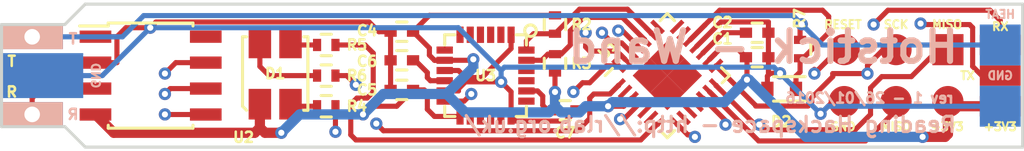
<source format=kicad_pcb>
(kicad_pcb (version 20171130) (host pcbnew "(5.1.12)-1")

  (general
    (thickness 1.6)
    (drawings 33)
    (tracks 401)
    (zones 0)
    (modules 20)
    (nets 25)
  )

  (page A4)
  (title_block
    (title "Hotstick Wand")
    (date 2016-01-20)
    (rev 1)
    (company "rLab/Reading Hackspace")
  )

  (layers
    (0 F.Signal.Cu signal)
    (1 In1.Ground.Cu power)
    (2 In2.Signal.Cu signal)
    (31 B.Power.Cu mixed)
    (32 B.Adhes user hide)
    (33 F.Adhes user hide)
    (34 B.Paste user hide)
    (35 F.Paste user hide)
    (36 B.SilkS user hide)
    (37 F.SilkS user hide)
    (38 B.Mask user hide)
    (39 F.Mask user hide)
    (40 Dwgs.User user hide)
    (41 Cmts.User user hide)
    (42 Eco1.User user hide)
    (43 Eco2.User user hide)
    (44 Edge.Cuts user)
    (45 Margin user hide)
    (46 B.CrtYd user hide)
    (47 F.CrtYd user hide)
    (48 B.Fab user hide)
    (49 F.Fab user hide)
  )

  (setup
    (last_trace_width 0.25)
    (trace_clearance 0.15)
    (zone_clearance 0.1)
    (zone_45_only no)
    (trace_min 0.2)
    (via_size 0.6)
    (via_drill 0.3)
    (via_min_size 0.4)
    (via_min_drill 0.3)
    (uvia_size 0.3)
    (uvia_drill 0.1)
    (uvias_allowed no)
    (uvia_min_size 0.2)
    (uvia_min_drill 0.1)
    (edge_width 0.15)
    (segment_width 0.2)
    (pcb_text_width 0.3)
    (pcb_text_size 1.5 1.5)
    (mod_edge_width 0.15)
    (mod_text_size 0.5 0.5)
    (mod_text_width 0.125)
    (pad_size 1.524 1.524)
    (pad_drill 0.762)
    (pad_to_mask_clearance 0.2)
    (aux_axis_origin 0 0)
    (visible_elements 7FFFFF3F)
    (pcbplotparams
      (layerselection 0x010f8_ffffffff)
      (usegerberextensions true)
      (usegerberattributes true)
      (usegerberadvancedattributes true)
      (creategerberjobfile true)
      (excludeedgelayer true)
      (linewidth 0.100000)
      (plotframeref false)
      (viasonmask false)
      (mode 1)
      (useauxorigin false)
      (hpglpennumber 1)
      (hpglpenspeed 20)
      (hpglpendiameter 15.000000)
      (psnegative false)
      (psa4output false)
      (plotreference true)
      (plotvalue true)
      (plotinvisibletext false)
      (padsonsilk false)
      (subtractmaskfromsilk false)
      (outputformat 1)
      (mirror false)
      (drillshape 0)
      (scaleselection 1)
      (outputdirectory "ProductionProtel/"))
  )

  (net 0 "")
  (net 1 +3V3)
  (net 2 GND)
  (net 3 "Net-(C2-Pad1)")
  (net 4 "Net-(C6-Pad2)")
  (net 5 "Net-(C7-Pad2)")
  (net 6 "Net-(D1-Pad2)")
  (net 7 "Net-(D1-Pad3)")
  (net 8 "Net-(D1-Pad4)")
  (net 9 /MISO)
  (net 10 /SCK)
  (net 11 /MOSI)
  (net 12 /RESET)
  (net 13 /HEAT)
  (net 14 /SENS)
  (net 15 /RX)
  (net 16 /TX)
  (net 17 /SDA)
  (net 18 /SCL)
  (net 19 /LED_R)
  (net 20 /LED_G)
  (net 21 /LED_B)
  (net 22 /TIP_TEMP_SELECT)
  (net 23 /MPU_INT)
  (net 24 /HEAT_DETECT)

  (net_class Default "This is the default net class."
    (clearance 0.15)
    (trace_width 0.25)
    (via_dia 0.6)
    (via_drill 0.3)
    (uvia_dia 0.3)
    (uvia_drill 0.1)
    (add_net +3V3)
    (add_net /HEAT)
    (add_net /HEAT_DETECT)
    (add_net /LED_B)
    (add_net /LED_G)
    (add_net /LED_R)
    (add_net /MISO)
    (add_net /MOSI)
    (add_net /MPU_INT)
    (add_net /RESET)
    (add_net /RX)
    (add_net /SCK)
    (add_net /SCL)
    (add_net /SDA)
    (add_net /SENS)
    (add_net /TIP_TEMP_SELECT)
    (add_net /TX)
    (add_net GND)
    (add_net "Net-(C2-Pad1)")
    (add_net "Net-(C6-Pad2)")
    (add_net "Net-(C7-Pad2)")
    (add_net "Net-(D1-Pad2)")
    (add_net "Net-(D1-Pad3)")
    (add_net "Net-(D1-Pad4)")
  )

  (net_class Power ""
    (clearance 0.15)
    (trace_width 0.5)
    (via_dia 0.6)
    (via_drill 0.3)
    (uvia_dia 0.3)
    (uvia_drill 0.1)
  )

  (module Wand:Base_Connector (layer F.Signal.Cu) (tedit 56A7EF90) (tstamp 569F6A6E)
    (at 145.9 112)
    (path /56417299)
    (fp_text reference P3 (at 0 2.6) (layer F.Fab)
      (effects (font (size 0.5 0.5) (thickness 0.125)))
    )
    (fp_text value BASE (at 4.6 -11.8) (layer F.Fab)
      (effects (font (size 0.5 0.5) (thickness 0.125)))
    )
    (pad 2 smd rect (at 0 -1.5) (size 2 2) (layers B.Power.Cu B.Paste B.Mask)
      (net 13 /HEAT))
    (pad 5 smd rect (at 0 1.5) (size 2 2) (layers B.Power.Cu B.Paste B.Mask)
      (net 2 GND))
    (pad 1 smd rect (at 0 1.5) (size 2 1) (layers F.Signal.Cu F.Paste F.Mask)
      (net 1 +3V3))
    (pad 3 smd rect (at 0 -1.5) (size 2 1) (layers F.Signal.Cu F.Paste F.Mask)
      (net 15 /RX))
    (pad 4 smd rect (at 0 0) (size 2 1) (layers F.Signal.Cu F.Paste F.Mask)
      (net 16 /TX))
  )

  (module Wand:MPU-6050 (layer F.Signal.Cu) (tedit 56A3FBCE) (tstamp 569F6AF4)
    (at 120.7 112 270)
    (path /56411594)
    (fp_text reference U3 (at 0 0) (layer F.SilkS)
      (effects (font (size 0.5 0.5) (thickness 0.125)))
    )
    (fp_text value MPU-6050 (at 2.8194 -3.8608 270) (layer F.Fab)
      (effects (font (size 0.5 0.5) (thickness 0.125)))
    )
    (fp_circle (center -2.2 -2.2) (end -2 -2) (layer F.SilkS) (width 0.15))
    (fp_line (start 2 -1.5) (end 2 -2) (layer F.SilkS) (width 0.15))
    (fp_line (start 2 -2) (end 1.5 -2) (layer F.SilkS) (width 0.15))
    (fp_line (start 1.5 2) (end 2 2) (layer F.SilkS) (width 0.15))
    (fp_line (start 2 2) (end 2 1.5) (layer F.SilkS) (width 0.15))
    (fp_line (start -2 1.5) (end -2 2) (layer F.SilkS) (width 0.15))
    (fp_line (start -2 2) (end -1.6 2) (layer F.SilkS) (width 0.15))
    (fp_line (start -1.6 2) (end -1.5 2) (layer F.SilkS) (width 0.15))
    (fp_line (start -2 -2) (end -2 -1.5) (layer F.SilkS) (width 0.15))
    (fp_line (start -2 -2) (end -1.5 -2) (layer F.SilkS) (width 0.15))
    (pad 1 smd rect (at -2 -1.25 270) (size 0.8 0.35) (layers F.Signal.Cu F.Paste F.Mask)
      (net 2 GND))
    (pad 2 smd rect (at -2 -0.75 270) (size 0.8 0.35) (layers F.Signal.Cu F.Paste F.Mask))
    (pad 3 smd rect (at -2 -0.25 270) (size 0.8 0.35) (layers F.Signal.Cu F.Paste F.Mask))
    (pad 4 smd rect (at -2 0.25 270) (size 0.8 0.35) (layers F.Signal.Cu F.Paste F.Mask))
    (pad 5 smd rect (at -2 0.75 270) (size 0.8 0.35) (layers F.Signal.Cu F.Paste F.Mask))
    (pad 6 smd rect (at -2 1.25 270) (size 0.8 0.35) (layers F.Signal.Cu F.Paste F.Mask))
    (pad 7 smd rect (at -1.25 2 270) (size 0.35 0.8) (layers F.Signal.Cu F.Paste F.Mask))
    (pad 8 smd rect (at -0.75 2 270) (size 0.35 0.8) (layers F.Signal.Cu F.Paste F.Mask)
      (net 1 +3V3))
    (pad 9 smd rect (at -0.25 2 270) (size 0.35 0.8) (layers F.Signal.Cu F.Paste F.Mask)
      (net 2 GND))
    (pad 10 smd rect (at 0.25 2 270) (size 0.35 0.8) (layers F.Signal.Cu F.Paste F.Mask)
      (net 4 "Net-(C6-Pad2)"))
    (pad 11 smd rect (at 0.75 2 270) (size 0.35 0.8) (layers F.Signal.Cu F.Paste F.Mask)
      (net 2 GND))
    (pad 12 smd rect (at 1.25 2 270) (size 0.35 0.8) (layers F.Signal.Cu F.Paste F.Mask)
      (net 23 /MPU_INT))
    (pad 13 smd rect (at 2 1.25 270) (size 0.8 0.35) (layers F.Signal.Cu F.Paste F.Mask)
      (net 1 +3V3))
    (pad 14 smd rect (at 2 0.75 270) (size 0.8 0.35) (layers F.Signal.Cu F.Paste F.Mask))
    (pad 15 smd rect (at 2 0.25 270) (size 0.8 0.35) (layers F.Signal.Cu F.Paste F.Mask))
    (pad 16 smd rect (at 2 -0.25 270) (size 0.8 0.35) (layers F.Signal.Cu F.Paste F.Mask))
    (pad 17 smd rect (at 2 -0.75 270) (size 0.8 0.35) (layers F.Signal.Cu F.Paste F.Mask))
    (pad 18 smd rect (at 2 -1.25 270) (size 0.8 0.35) (layers F.Signal.Cu F.Paste F.Mask)
      (net 2 GND))
    (pad 19 smd rect (at 1.25 -2 270) (size 0.35 0.8) (layers F.Signal.Cu F.Paste F.Mask))
    (pad 20 smd rect (at 0.75 -2 270) (size 0.35 0.8) (layers F.Signal.Cu F.Paste F.Mask)
      (net 5 "Net-(C7-Pad2)"))
    (pad 21 smd rect (at 0.25 -2 270) (size 0.35 0.8) (layers F.Signal.Cu F.Paste F.Mask))
    (pad 22 smd rect (at -0.25 -2 270) (size 0.35 0.8) (layers F.Signal.Cu F.Paste F.Mask))
    (pad 23 smd rect (at -0.75 -2 270) (size 0.35 0.8) (layers F.Signal.Cu F.Paste F.Mask)
      (net 18 /SCL))
    (pad 24 smd rect (at -1.25 -2 270) (size 0.35 0.8) (layers F.Signal.Cu F.Paste F.Mask)
      (net 17 /SDA))
  )

  (module Housings_SOIC:SOIC-8_3.9x4.9mm_Pitch1.27mm (layer F.Signal.Cu) (tedit 56A3FB5A) (tstamp 569F6ACE)
    (at 104.3 112)
    (descr "8-Lead Plastic Small Outline (SN) - Narrow, 3.90 mm Body [SOIC] (see Microchip Packaging Specification 00000049BS.pdf)")
    (tags "SOIC 1.27")
    (path /5695B735)
    (attr smd)
    (fp_text reference U2 (at 4.55 3.02) (layer F.SilkS)
      (effects (font (size 0.5 0.5) (thickness 0.125)))
    )
    (fp_text value MAX31855KASA+ (at 0 3.5) (layer F.Fab)
      (effects (font (size 0.5 0.5) (thickness 0.125)))
    )
    (fp_line (start -3.75 -2.75) (end -3.75 2.75) (layer F.CrtYd) (width 0.05))
    (fp_line (start 3.75 -2.75) (end 3.75 2.75) (layer F.CrtYd) (width 0.05))
    (fp_line (start -3.75 -2.75) (end 3.75 -2.75) (layer F.CrtYd) (width 0.05))
    (fp_line (start -3.75 2.75) (end 3.75 2.75) (layer F.CrtYd) (width 0.05))
    (fp_line (start -2.075 -2.575) (end -2.075 -2.43) (layer F.SilkS) (width 0.15))
    (fp_line (start 2.075 -2.575) (end 2.075 -2.43) (layer F.SilkS) (width 0.15))
    (fp_line (start 2.075 2.575) (end 2.075 2.43) (layer F.SilkS) (width 0.15))
    (fp_line (start -2.075 2.575) (end -2.075 2.43) (layer F.SilkS) (width 0.15))
    (fp_line (start -2.075 -2.575) (end 2.075 -2.575) (layer F.SilkS) (width 0.15))
    (fp_line (start -2.075 2.575) (end 2.075 2.575) (layer F.SilkS) (width 0.15))
    (fp_line (start -2.075 -2.43) (end -3.475 -2.43) (layer F.SilkS) (width 0.15))
    (pad 1 smd rect (at -2.7 -1.905) (size 1.55 0.6) (layers F.Signal.Cu F.Paste F.Mask)
      (net 2 GND))
    (pad 2 smd rect (at -2.7 -0.635) (size 1.55 0.6) (layers F.Signal.Cu F.Paste F.Mask)
      (net 2 GND))
    (pad 3 smd rect (at -2.7 0.635) (size 1.55 0.6) (layers F.Signal.Cu F.Paste F.Mask)
      (net 14 /SENS))
    (pad 4 smd rect (at -2.7 1.905) (size 1.55 0.6) (layers F.Signal.Cu F.Paste F.Mask)
      (net 1 +3V3))
    (pad 5 smd rect (at 2.7 1.905) (size 1.55 0.6) (layers F.Signal.Cu F.Paste F.Mask)
      (net 10 /SCK))
    (pad 6 smd rect (at 2.7 0.635) (size 1.55 0.6) (layers F.Signal.Cu F.Paste F.Mask)
      (net 22 /TIP_TEMP_SELECT))
    (pad 7 smd rect (at 2.7 -0.635) (size 1.55 0.6) (layers F.Signal.Cu F.Paste F.Mask)
      (net 9 /MISO))
    (pad 8 smd rect (at 2.7 -1.905) (size 1.55 0.6) (layers F.Signal.Cu F.Paste F.Mask))
    (model Housings_SOIC.3dshapes/SOIC-8_3.9x4.9mm_Pitch1.27mm.wrl
      (at (xyz 0 0 0))
      (scale (xyz 1 1 1))
      (rotate (xyz 0 0 0))
    )
  )

  (module Wand:QFN-28-1EP_4x4mm_Pitch0.45mm (layer F.Signal.Cu) (tedit 56AB54E5) (tstamp 569F6AC2)
    (at 129.6 112 45)
    (descr "28-Lead Plastic Quad Flat, No Lead Package (MK) - 4x4x0.9 mm Body [QFN]; (see Microchip Packaging Specification 00000049BS.pdf)")
    (tags "QFN 0.4")
    (path /563E7654)
    (attr smd)
    (fp_text reference U1 (at -1.131371 -2.969848 45) (layer F.SilkS)
      (effects (font (size 0.5 0.5) (thickness 0.125)))
    )
    (fp_text value ATMEGA328-MMH (at 4.617407 -4.70226 225) (layer F.Fab)
      (effects (font (size 0.5 0.5) (thickness 0.125)))
    )
    (fp_line (start -1.65 2.15) (end -2.15 2.15) (layer F.SilkS) (width 0.15))
    (fp_line (start -2.15 2.15) (end -2.15 1.65) (layer F.SilkS) (width 0.15))
    (fp_line (start -2.15 2.15) (end -1.65 2.15) (layer F.SilkS) (width 0.15))
    (fp_line (start 2.15 1.6) (end 2.15 2.15) (layer F.SilkS) (width 0.15))
    (fp_line (start 2.15 2.15) (end 1.65 2.15) (layer F.SilkS) (width 0.15))
    (fp_line (start 1.65 -2.15) (end 2.15 -2.15) (layer F.SilkS) (width 0.15))
    (fp_line (start 2.15 -2.15) (end 2.15 -1.65) (layer F.SilkS) (width 0.15))
    (fp_line (start -2.15 -2.15) (end -1.65 -2.15) (layer F.SilkS) (width 0.15))
    (fp_line (start -2.6 -2.6) (end -2.6 2.6) (layer F.CrtYd) (width 0.05))
    (fp_line (start 2.6 -2.6) (end 2.6 2.6) (layer F.CrtYd) (width 0.05))
    (fp_line (start -2.6 -2.6) (end 2.6 -2.6) (layer F.CrtYd) (width 0.05))
    (fp_line (start -2.6 2.6) (end 2.6 2.6) (layer F.CrtYd) (width 0.05))
    (pad 1 smd rect (at -2.025 -1.35 45) (size 0.8 0.22) (layers F.Signal.Cu F.Paste F.Mask)
      (net 19 /LED_R))
    (pad 2 smd rect (at -2.025 -0.9 45) (size 0.8 0.22) (layers F.Signal.Cu F.Paste F.Mask))
    (pad 3 smd rect (at -2.025 -0.45 45) (size 0.8 0.22) (layers F.Signal.Cu F.Paste F.Mask)
      (net 1 +3V3))
    (pad 4 smd rect (at -2.025 0 45) (size 0.8 0.22) (layers F.Signal.Cu F.Paste F.Mask)
      (net 2 GND))
    (pad 5 smd rect (at -2.025 0.45 45) (size 0.8 0.22) (layers F.Signal.Cu F.Paste F.Mask))
    (pad 6 smd rect (at -2.025 0.9 45) (size 0.8 0.22) (layers F.Signal.Cu F.Paste F.Mask))
    (pad 7 smd rect (at -2.025 1.35 45) (size 0.8 0.22) (layers F.Signal.Cu F.Paste F.Mask)
      (net 20 /LED_G))
    (pad 8 smd rect (at -1.35 2.025 135) (size 0.8 0.22) (layers F.Signal.Cu F.Paste F.Mask)
      (net 21 /LED_B))
    (pad 9 smd rect (at -0.9 2.025 135) (size 0.8 0.22) (layers F.Signal.Cu F.Paste F.Mask))
    (pad 10 smd rect (at -0.45 2.025 135) (size 0.8 0.22) (layers F.Signal.Cu F.Paste F.Mask))
    (pad 11 smd rect (at 0 2.025 135) (size 0.8 0.22) (layers F.Signal.Cu F.Paste F.Mask))
    (pad 12 smd rect (at 0.45 2.025 135) (size 0.8 0.22) (layers F.Signal.Cu F.Paste F.Mask)
      (net 22 /TIP_TEMP_SELECT))
    (pad 13 smd rect (at 0.9 2.025 135) (size 0.8 0.22) (layers F.Signal.Cu F.Paste F.Mask)
      (net 11 /MOSI))
    (pad 14 smd rect (at 1.35 2.025 135) (size 0.8 0.22) (layers F.Signal.Cu F.Paste F.Mask)
      (net 9 /MISO))
    (pad 15 smd rect (at 2.025 1.35 45) (size 0.8 0.22) (layers F.Signal.Cu F.Paste F.Mask)
      (net 10 /SCK))
    (pad 16 smd rect (at 2.025 0.9 45) (size 0.8 0.22) (layers F.Signal.Cu F.Paste F.Mask)
      (net 1 +3V3))
    (pad 17 smd rect (at 2.025 0.45 45) (size 0.8 0.22) (layers F.Signal.Cu F.Paste F.Mask)
      (net 3 "Net-(C2-Pad1)"))
    (pad 18 smd rect (at 2.025 0 45) (size 0.8 0.22) (layers F.Signal.Cu F.Paste F.Mask)
      (net 2 GND))
    (pad 19 smd rect (at 2.025 -0.45 45) (size 0.8 0.22) (layers F.Signal.Cu F.Paste F.Mask)
      (net 24 /HEAT_DETECT))
    (pad 20 smd rect (at 2.025 -0.9 45) (size 0.8 0.22) (layers F.Signal.Cu F.Paste F.Mask))
    (pad 21 smd rect (at 2.025 -1.35 45) (size 0.8 0.22) (layers F.Signal.Cu F.Paste F.Mask))
    (pad 22 smd rect (at 1.35 -2.025 135) (size 0.8 0.22) (layers F.Signal.Cu F.Paste F.Mask))
    (pad 23 smd rect (at 0.9 -2.025 135) (size 0.8 0.22) (layers F.Signal.Cu F.Paste F.Mask)
      (net 17 /SDA))
    (pad 24 smd rect (at 0.45 -2.025 135) (size 0.8 0.22) (layers F.Signal.Cu F.Paste F.Mask)
      (net 18 /SCL))
    (pad 25 smd rect (at 0 -2.025 135) (size 0.8 0.22) (layers F.Signal.Cu F.Paste F.Mask)
      (net 12 /RESET))
    (pad 26 smd rect (at -0.45 -2.025 135) (size 0.8 0.22) (layers F.Signal.Cu F.Paste F.Mask)
      (net 15 /RX))
    (pad 27 smd rect (at -0.9 -2.025 135) (size 0.8 0.22) (layers F.Signal.Cu F.Paste F.Mask)
      (net 16 /TX))
    (pad 28 smd rect (at -1.35 -2.025 135) (size 0.8 0.22) (layers F.Signal.Cu F.Paste F.Mask)
      (net 23 /MPU_INT))
    (pad 29 smd rect (at 0.6 0.6 45) (size 1.2 1.2) (layers F.Signal.Cu F.Paste F.Mask))
    (pad 29 smd rect (at 0.6 -0.6 45) (size 1.2 1.2) (layers F.Signal.Cu F.Paste F.Mask))
    (pad 29 smd rect (at -0.6 0.6 45) (size 1.2 1.2) (layers F.Signal.Cu F.Paste F.Mask))
    (pad 29 smd rect (at -0.6 -0.6 45) (size 1.2 1.2) (layers F.Signal.Cu F.Paste F.Mask))
    (model Housings_DFN_QFN.3dshapes/QFN-28-1EP_4x4mm_Pitch0.4mm.wrl
      (at (xyz 0 0 0))
      (scale (xyz 1 1 1))
      (rotate (xyz 0 0 0))
    )
  )

  (module Resistors_SMD:R_0402 (layer F.Signal.Cu) (tedit 56A3FAE7) (tstamp 569F6A92)
    (at 112.9 112 180)
    (descr "Resistor SMD 0402, reflow soldering, Vishay (see dcrcw.pdf)")
    (tags "resistor 0402")
    (path /563E78F7)
    (attr smd)
    (fp_text reference R6 (at -1.5 0 180) (layer F.SilkS)
      (effects (font (size 0.5 0.5) (thickness 0.125)))
    )
    (fp_text value 10R (at 0 1.8 180) (layer F.Fab)
      (effects (font (size 0.5 0.5) (thickness 0.125)))
    )
    (fp_line (start -0.95 -0.65) (end 0.95 -0.65) (layer F.CrtYd) (width 0.05))
    (fp_line (start -0.95 0.65) (end 0.95 0.65) (layer F.CrtYd) (width 0.05))
    (fp_line (start -0.95 -0.65) (end -0.95 0.65) (layer F.CrtYd) (width 0.05))
    (fp_line (start 0.95 -0.65) (end 0.95 0.65) (layer F.CrtYd) (width 0.05))
    (fp_line (start 0.25 -0.525) (end -0.25 -0.525) (layer F.SilkS) (width 0.15))
    (fp_line (start -0.25 0.525) (end 0.25 0.525) (layer F.SilkS) (width 0.15))
    (pad 1 smd rect (at -0.45 0 180) (size 0.4 0.6) (layers F.Signal.Cu F.Paste F.Mask)
      (net 21 /LED_B))
    (pad 2 smd rect (at 0.45 0 180) (size 0.4 0.6) (layers F.Signal.Cu F.Paste F.Mask)
      (net 6 "Net-(D1-Pad2)"))
    (model Resistors_SMD.3dshapes/R_0402.wrl
      (at (xyz 0 0 0))
      (scale (xyz 1 1 1))
      (rotate (xyz 0 0 0))
    )
  )

  (module Resistors_SMD:R_0402 (layer F.Signal.Cu) (tedit 56A3FA76) (tstamp 569F6A8C)
    (at 112.9 110.5 180)
    (descr "Resistor SMD 0402, reflow soldering, Vishay (see dcrcw.pdf)")
    (tags "resistor 0402")
    (path /563E795E)
    (attr smd)
    (fp_text reference R5 (at -1.5 0 180) (layer F.SilkS)
      (effects (font (size 0.5 0.5) (thickness 0.125)))
    )
    (fp_text value 10R (at 0 1.8 180) (layer F.Fab)
      (effects (font (size 0.5 0.5) (thickness 0.125)))
    )
    (fp_line (start -0.95 -0.65) (end 0.95 -0.65) (layer F.CrtYd) (width 0.05))
    (fp_line (start -0.95 0.65) (end 0.95 0.65) (layer F.CrtYd) (width 0.05))
    (fp_line (start -0.95 -0.65) (end -0.95 0.65) (layer F.CrtYd) (width 0.05))
    (fp_line (start 0.95 -0.65) (end 0.95 0.65) (layer F.CrtYd) (width 0.05))
    (fp_line (start 0.25 -0.525) (end -0.25 -0.525) (layer F.SilkS) (width 0.15))
    (fp_line (start -0.25 0.525) (end 0.25 0.525) (layer F.SilkS) (width 0.15))
    (pad 1 smd rect (at -0.45 0 180) (size 0.4 0.6) (layers F.Signal.Cu F.Paste F.Mask)
      (net 20 /LED_G))
    (pad 2 smd rect (at 0.45 0 180) (size 0.4 0.6) (layers F.Signal.Cu F.Paste F.Mask)
      (net 7 "Net-(D1-Pad3)"))
    (model Resistors_SMD.3dshapes/R_0402.wrl
      (at (xyz 0 0 0))
      (scale (xyz 1 1 1))
      (rotate (xyz 0 0 0))
    )
  )

  (module Resistors_SMD:R_0402 (layer F.Signal.Cu) (tedit 56A3FB03) (tstamp 569F6A86)
    (at 112.9 113.5 180)
    (descr "Resistor SMD 0402, reflow soldering, Vishay (see dcrcw.pdf)")
    (tags "resistor 0402")
    (path /563E79E9)
    (attr smd)
    (fp_text reference R4 (at -1.5 0 180) (layer F.SilkS)
      (effects (font (size 0.5 0.5) (thickness 0.125)))
    )
    (fp_text value 68R (at 0 1.8 180) (layer F.Fab)
      (effects (font (size 0.5 0.5) (thickness 0.125)))
    )
    (fp_line (start -0.95 -0.65) (end 0.95 -0.65) (layer F.CrtYd) (width 0.05))
    (fp_line (start -0.95 0.65) (end 0.95 0.65) (layer F.CrtYd) (width 0.05))
    (fp_line (start -0.95 -0.65) (end -0.95 0.65) (layer F.CrtYd) (width 0.05))
    (fp_line (start 0.95 -0.65) (end 0.95 0.65) (layer F.CrtYd) (width 0.05))
    (fp_line (start 0.25 -0.525) (end -0.25 -0.525) (layer F.SilkS) (width 0.15))
    (fp_line (start -0.25 0.525) (end 0.25 0.525) (layer F.SilkS) (width 0.15))
    (pad 1 smd rect (at -0.45 0 180) (size 0.4 0.6) (layers F.Signal.Cu F.Paste F.Mask)
      (net 19 /LED_R))
    (pad 2 smd rect (at 0.45 0 180) (size 0.4 0.6) (layers F.Signal.Cu F.Paste F.Mask)
      (net 8 "Net-(D1-Pad4)"))
    (model Resistors_SMD.3dshapes/R_0402.wrl
      (at (xyz 0 0 0))
      (scale (xyz 1 1 1))
      (rotate (xyz 0 0 0))
    )
  )

  (module Resistors_SMD:R_0402 (layer F.Signal.Cu) (tedit 56A3F925) (tstamp 569F6A80)
    (at 124.1 111.4 90)
    (descr "Resistor SMD 0402, reflow soldering, Vishay (see dcrcw.pdf)")
    (tags "resistor 0402")
    (path /56481FFA)
    (attr smd)
    (fp_text reference R3 (at 0 1.3 180) (layer F.SilkS)
      (effects (font (size 0.5 0.5) (thickness 0.125)))
    )
    (fp_text value 10k (at 0 1.8 90) (layer F.Fab)
      (effects (font (size 0.5 0.5) (thickness 0.125)))
    )
    (fp_line (start -0.95 -0.65) (end 0.95 -0.65) (layer F.CrtYd) (width 0.05))
    (fp_line (start -0.95 0.65) (end 0.95 0.65) (layer F.CrtYd) (width 0.05))
    (fp_line (start -0.95 -0.65) (end -0.95 0.65) (layer F.CrtYd) (width 0.05))
    (fp_line (start 0.95 -0.65) (end 0.95 0.65) (layer F.CrtYd) (width 0.05))
    (fp_line (start 0.25 -0.525) (end -0.25 -0.525) (layer F.SilkS) (width 0.15))
    (fp_line (start -0.25 0.525) (end 0.25 0.525) (layer F.SilkS) (width 0.15))
    (pad 1 smd rect (at -0.45 0 90) (size 0.4 0.6) (layers F.Signal.Cu F.Paste F.Mask)
      (net 1 +3V3))
    (pad 2 smd rect (at 0.45 0 90) (size 0.4 0.6) (layers F.Signal.Cu F.Paste F.Mask)
      (net 18 /SCL))
    (model Resistors_SMD.3dshapes/R_0402.wrl
      (at (xyz 0 0 0))
      (scale (xyz 1 1 1))
      (rotate (xyz 0 0 0))
    )
  )

  (module Resistors_SMD:R_0402 (layer F.Signal.Cu) (tedit 56A3F906) (tstamp 569F6A7A)
    (at 124.1 109.5 270)
    (descr "Resistor SMD 0402, reflow soldering, Vishay (see dcrcw.pdf)")
    (tags "resistor 0402")
    (path /56481F9A)
    (attr smd)
    (fp_text reference R2 (at 0 -1.3) (layer F.SilkS)
      (effects (font (size 0.5 0.5) (thickness 0.125)))
    )
    (fp_text value 10k (at 0 1.8 270) (layer F.Fab)
      (effects (font (size 0.5 0.5) (thickness 0.125)))
    )
    (fp_line (start -0.95 -0.65) (end 0.95 -0.65) (layer F.CrtYd) (width 0.05))
    (fp_line (start -0.95 0.65) (end 0.95 0.65) (layer F.CrtYd) (width 0.05))
    (fp_line (start -0.95 -0.65) (end -0.95 0.65) (layer F.CrtYd) (width 0.05))
    (fp_line (start 0.95 -0.65) (end 0.95 0.65) (layer F.CrtYd) (width 0.05))
    (fp_line (start 0.25 -0.525) (end -0.25 -0.525) (layer F.SilkS) (width 0.15))
    (fp_line (start -0.25 0.525) (end 0.25 0.525) (layer F.SilkS) (width 0.15))
    (pad 1 smd rect (at -0.45 0 270) (size 0.4 0.6) (layers F.Signal.Cu F.Paste F.Mask)
      (net 1 +3V3))
    (pad 2 smd rect (at 0.45 0 270) (size 0.4 0.6) (layers F.Signal.Cu F.Paste F.Mask)
      (net 17 /SDA))
    (model Resistors_SMD.3dshapes/R_0402.wrl
      (at (xyz 0 0 0))
      (scale (xyz 1 1 1))
      (rotate (xyz 0 0 0))
    )
  )

  (module Wand:Jack_3.5mm_KLB (layer B.Power.Cu) (tedit 56A7EFBC) (tstamp 569F6A65)
    (at 98.5 112)
    (path /56411635)
    (fp_text reference P2 (at 0 0) (layer F.Fab)
      (effects (font (size 0.5 0.5) (thickness 0.125)))
    )
    (fp_text value KLB4 (at 0 3.9) (layer B.Fab)
      (effects (font (size 0.5 0.5) (thickness 0.125)) (justify mirror))
    )
    (pad T thru_hole rect (at 0 -1.9) (size 3 1.2) (drill 0.762) (layers *.Cu *.Mask B.SilkS)
      (net 13 /HEAT))
    (pad R thru_hole rect (at 0 1.9) (size 3 1.2) (drill 0.762) (layers *.Cu *.Mask B.SilkS)
      (net 14 /SENS))
    (pad S smd rect (at 0.5 0) (size 4 2.2) (layers B.Power.Cu B.Paste B.Mask)
      (net 2 GND))
  )

  (module Capacitors_SMD:C_0402 (layer F.Signal.Cu) (tedit 56A3F8E4) (tstamp 569F6A42)
    (at 124.6 113.7 180)
    (descr "Capacitor SMD 0402, reflow soldering, AVX (see smccp.pdf)")
    (tags "capacitor 0402")
    (path /5647F0EB)
    (attr smd)
    (fp_text reference C7 (at 0 -1.1 180) (layer F.SilkS)
      (effects (font (size 0.5 0.5) (thickness 0.125)))
    )
    (fp_text value 2.2n (at 0 1.7 180) (layer F.Fab)
      (effects (font (size 0.5 0.5) (thickness 0.125)))
    )
    (fp_line (start -1.15 -0.6) (end 1.15 -0.6) (layer F.CrtYd) (width 0.05))
    (fp_line (start -1.15 0.6) (end 1.15 0.6) (layer F.CrtYd) (width 0.05))
    (fp_line (start -1.15 -0.6) (end -1.15 0.6) (layer F.CrtYd) (width 0.05))
    (fp_line (start 1.15 -0.6) (end 1.15 0.6) (layer F.CrtYd) (width 0.05))
    (fp_line (start 0.25 -0.475) (end -0.25 -0.475) (layer F.SilkS) (width 0.15))
    (fp_line (start -0.25 0.475) (end 0.25 0.475) (layer F.SilkS) (width 0.15))
    (pad 1 smd rect (at -0.55 0 180) (size 0.6 0.5) (layers F.Signal.Cu F.Paste F.Mask)
      (net 2 GND))
    (pad 2 smd rect (at 0.55 0 180) (size 0.6 0.5) (layers F.Signal.Cu F.Paste F.Mask)
      (net 5 "Net-(C7-Pad2)"))
    (model Capacitors_SMD.3dshapes/C_0402.wrl
      (at (xyz 0 0 0))
      (scale (xyz 1 1 1))
      (rotate (xyz 0 0 0))
    )
  )

  (module Capacitors_SMD:C_0402 (layer F.Signal.Cu) (tedit 56A3FA49) (tstamp 569F6A3C)
    (at 116.6 111.25)
    (descr "Capacitor SMD 0402, reflow soldering, AVX (see smccp.pdf)")
    (tags "capacitor 0402")
    (path /5647F6E8)
    (attr smd)
    (fp_text reference C6 (at -1.7 0.05) (layer F.SilkS)
      (effects (font (size 0.5 0.5) (thickness 0.125)))
    )
    (fp_text value 100n (at 0 1.7) (layer F.Fab)
      (effects (font (size 0.5 0.5) (thickness 0.125)))
    )
    (fp_line (start -1.15 -0.6) (end 1.15 -0.6) (layer F.CrtYd) (width 0.05))
    (fp_line (start -1.15 0.6) (end 1.15 0.6) (layer F.CrtYd) (width 0.05))
    (fp_line (start -1.15 -0.6) (end -1.15 0.6) (layer F.CrtYd) (width 0.05))
    (fp_line (start 1.15 -0.6) (end 1.15 0.6) (layer F.CrtYd) (width 0.05))
    (fp_line (start 0.25 -0.475) (end -0.25 -0.475) (layer F.SilkS) (width 0.15))
    (fp_line (start -0.25 0.475) (end 0.25 0.475) (layer F.SilkS) (width 0.15))
    (pad 1 smd rect (at -0.55 0) (size 0.6 0.5) (layers F.Signal.Cu F.Paste F.Mask)
      (net 2 GND))
    (pad 2 smd rect (at 0.55 0) (size 0.6 0.5) (layers F.Signal.Cu F.Paste F.Mask)
      (net 4 "Net-(C6-Pad2)"))
    (model Capacitors_SMD.3dshapes/C_0402.wrl
      (at (xyz 0 0 0))
      (scale (xyz 1 1 1))
      (rotate (xyz 0 0 0))
    )
  )

  (module Capacitors_SMD:C_0402 (layer F.Signal.Cu) (tedit 56A3FA2C) (tstamp 569F6A36)
    (at 116.6 112.7)
    (descr "Capacitor SMD 0402, reflow soldering, AVX (see smccp.pdf)")
    (tags "capacitor 0402")
    (path /5647FB65)
    (attr smd)
    (fp_text reference C5 (at -1.7 0) (layer F.SilkS)
      (effects (font (size 0.5 0.5) (thickness 0.125)))
    )
    (fp_text value 10n (at 0 1.7) (layer F.Fab)
      (effects (font (size 0.5 0.5) (thickness 0.125)))
    )
    (fp_line (start -1.15 -0.6) (end 1.15 -0.6) (layer F.CrtYd) (width 0.05))
    (fp_line (start -1.15 0.6) (end 1.15 0.6) (layer F.CrtYd) (width 0.05))
    (fp_line (start -1.15 -0.6) (end -1.15 0.6) (layer F.CrtYd) (width 0.05))
    (fp_line (start 1.15 -0.6) (end 1.15 0.6) (layer F.CrtYd) (width 0.05))
    (fp_line (start 0.25 -0.475) (end -0.25 -0.475) (layer F.SilkS) (width 0.15))
    (fp_line (start -0.25 0.475) (end 0.25 0.475) (layer F.SilkS) (width 0.15))
    (pad 1 smd rect (at -0.55 0) (size 0.6 0.5) (layers F.Signal.Cu F.Paste F.Mask)
      (net 2 GND))
    (pad 2 smd rect (at 0.55 0) (size 0.6 0.5) (layers F.Signal.Cu F.Paste F.Mask)
      (net 1 +3V3))
    (model Capacitors_SMD.3dshapes/C_0402.wrl
      (at (xyz 0 0 0))
      (scale (xyz 1 1 1))
      (rotate (xyz 0 0 0))
    )
  )

  (module Capacitors_SMD:C_0402 (layer F.Signal.Cu) (tedit 56A3FA5B) (tstamp 569F6A30)
    (at 116.6 109.85)
    (descr "Capacitor SMD 0402, reflow soldering, AVX (see smccp.pdf)")
    (tags "capacitor 0402")
    (path /5647FEFB)
    (attr smd)
    (fp_text reference C4 (at -1.7 -0.05) (layer F.SilkS)
      (effects (font (size 0.5 0.5) (thickness 0.125)))
    )
    (fp_text value 100n (at 0 1.7) (layer F.Fab)
      (effects (font (size 0.5 0.5) (thickness 0.125)))
    )
    (fp_line (start -1.15 -0.6) (end 1.15 -0.6) (layer F.CrtYd) (width 0.05))
    (fp_line (start -1.15 0.6) (end 1.15 0.6) (layer F.CrtYd) (width 0.05))
    (fp_line (start -1.15 -0.6) (end -1.15 0.6) (layer F.CrtYd) (width 0.05))
    (fp_line (start 1.15 -0.6) (end 1.15 0.6) (layer F.CrtYd) (width 0.05))
    (fp_line (start 0.25 -0.475) (end -0.25 -0.475) (layer F.SilkS) (width 0.15))
    (fp_line (start -0.25 0.475) (end 0.25 0.475) (layer F.SilkS) (width 0.15))
    (pad 1 smd rect (at -0.55 0) (size 0.6 0.5) (layers F.Signal.Cu F.Paste F.Mask)
      (net 2 GND))
    (pad 2 smd rect (at 0.55 0) (size 0.6 0.5) (layers F.Signal.Cu F.Paste F.Mask)
      (net 1 +3V3))
    (model Capacitors_SMD.3dshapes/C_0402.wrl
      (at (xyz 0 0 0))
      (scale (xyz 1 1 1))
      (rotate (xyz 0 0 0))
    )
  )

  (module Capacitors_SMD:C_0402 (layer F.Signal.Cu) (tedit 56AB531F) (tstamp 569F6A24)
    (at 134 109.9)
    (descr "Capacitor SMD 0402, reflow soldering, AVX (see smccp.pdf)")
    (tags "capacitor 0402")
    (path /564C69DF)
    (attr smd)
    (fp_text reference C2 (at -1.7 -0.5) (layer F.SilkS)
      (effects (font (size 0.5 0.5) (thickness 0.125)))
    )
    (fp_text value 100n (at 0 1.7) (layer F.Fab)
      (effects (font (size 0.5 0.5) (thickness 0.125)))
    )
    (fp_line (start -1.15 -0.6) (end 1.15 -0.6) (layer F.CrtYd) (width 0.05))
    (fp_line (start -1.15 0.6) (end 1.15 0.6) (layer F.CrtYd) (width 0.05))
    (fp_line (start -1.15 -0.6) (end -1.15 0.6) (layer F.CrtYd) (width 0.05))
    (fp_line (start 1.15 -0.6) (end 1.15 0.6) (layer F.CrtYd) (width 0.05))
    (fp_line (start 0.25 -0.475) (end -0.25 -0.475) (layer F.SilkS) (width 0.15))
    (fp_line (start -0.25 0.475) (end 0.25 0.475) (layer F.SilkS) (width 0.15))
    (pad 1 smd rect (at -0.55 0) (size 0.6 0.5) (layers F.Signal.Cu F.Paste F.Mask)
      (net 3 "Net-(C2-Pad1)"))
    (pad 2 smd rect (at 0.55 0) (size 0.6 0.5) (layers F.Signal.Cu F.Paste F.Mask)
      (net 2 GND))
    (model Capacitors_SMD.3dshapes/C_0402.wrl
      (at (xyz 0 0 0))
      (scale (xyz 1 1 1))
      (rotate (xyz 0 0 0))
    )
  )

  (module Capacitors_SMD:C_0402 (layer F.Signal.Cu) (tedit 56AB531C) (tstamp 569F6A1E)
    (at 134 111.1)
    (descr "Capacitor SMD 0402, reflow soldering, AVX (see smccp.pdf)")
    (tags "capacitor 0402")
    (path /56959BA2)
    (attr smd)
    (fp_text reference C1 (at -1.7 -0.9) (layer F.SilkS)
      (effects (font (size 0.5 0.5) (thickness 0.125)))
    )
    (fp_text value 100n (at 0 1.7) (layer F.Fab)
      (effects (font (size 0.5 0.5) (thickness 0.125)))
    )
    (fp_line (start -1.15 -0.6) (end 1.15 -0.6) (layer F.CrtYd) (width 0.05))
    (fp_line (start -1.15 0.6) (end 1.15 0.6) (layer F.CrtYd) (width 0.05))
    (fp_line (start -1.15 -0.6) (end -1.15 0.6) (layer F.CrtYd) (width 0.05))
    (fp_line (start 1.15 -0.6) (end 1.15 0.6) (layer F.CrtYd) (width 0.05))
    (fp_line (start 0.25 -0.475) (end -0.25 -0.475) (layer F.SilkS) (width 0.15))
    (fp_line (start -0.25 0.475) (end 0.25 0.475) (layer F.SilkS) (width 0.15))
    (pad 1 smd rect (at -0.55 0) (size 0.6 0.5) (layers F.Signal.Cu F.Paste F.Mask)
      (net 1 +3V3))
    (pad 2 smd rect (at 0.55 0) (size 0.6 0.5) (layers F.Signal.Cu F.Paste F.Mask)
      (net 2 GND))
    (model Capacitors_SMD.3dshapes/C_0402.wrl
      (at (xyz 0 0 0))
      (scale (xyz 1 1 1))
      (rotate (xyz 0 0 0))
    )
  )

  (module Wand:Tri-Colour_LED (layer F.Signal.Cu) (tedit 56A3FB25) (tstamp 569F6A50)
    (at 110.4 111.9)
    (path /56483D93)
    (fp_text reference D1 (at 0 0) (layer F.SilkS)
      (effects (font (size 0.5 0.5) (thickness 0.125)))
    )
    (fp_text value ASMB-MTB0-0A3A2 (at 0 -3.2) (layer F.Fab)
      (effects (font (size 0.5 0.5) (thickness 0.125)))
    )
    (fp_line (start 1.4 -1.8) (end 1.6 -1.8) (layer F.SilkS) (width 0.15))
    (fp_line (start 1.6 -1.8) (end 1.6 1.8) (layer F.SilkS) (width 0.15))
    (fp_line (start 1.6 1.8) (end 1.4 1.8) (layer F.SilkS) (width 0.15))
    (fp_line (start -1.4 -1.8) (end -1.6 -1.8) (layer F.SilkS) (width 0.15))
    (fp_line (start -1.6 -1.8) (end -1.6 1.6) (layer F.SilkS) (width 0.15))
    (fp_line (start -1.6 1.6) (end -1.4 1.8) (layer F.SilkS) (width 0.15))
    (pad 1 smd rect (at -0.75 1.5) (size 1.1 1.5) (layers F.Signal.Cu F.Paste F.Mask)
      (net 1 +3V3))
    (pad 2 smd rect (at -0.75 -1.5) (size 1.1 1.5) (layers F.Signal.Cu F.Paste F.Mask)
      (net 6 "Net-(D1-Pad2)"))
    (pad 3 smd rect (at 0.75 -1.5) (size 1.1 1.5) (layers F.Signal.Cu F.Paste F.Mask)
      (net 7 "Net-(D1-Pad3)"))
    (pad 4 smd rect (at 0.75 1.5) (size 1.1 1.5) (layers F.Signal.Cu F.Paste F.Mask)
      (net 8 "Net-(D1-Pad4)"))
  )

  (module Wand:ISP_pads_2x3 (layer F.Signal.Cu) (tedit 56A7F289) (tstamp 569F6A5E)
    (at 140.8 112 270)
    (path /56417313)
    (fp_text reference P1 (at -3.1 0) (layer F.Fab)
      (effects (font (size 0.5 0.5) (thickness 0.125)))
    )
    (fp_text value ISP (at 0 1.2) (layer F.Fab)
      (effects (font (size 0.5 0.5) (thickness 0.125)))
    )
    (pad 1 connect rect (at -1.27 -2.54 270) (size 1.524 1.524) (layers F.Signal.Cu F.Mask)
      (net 9 /MISO))
    (pad 2 connect circle (at 1.27 -2.54 270) (size 1.524 1.524) (layers F.Signal.Cu F.Mask)
      (net 1 +3V3))
    (pad 3 connect circle (at -1.27 0 270) (size 1.524 1.524) (layers F.Signal.Cu F.Mask)
      (net 10 /SCK))
    (pad 4 connect circle (at 1.27 0 270) (size 1.524 1.524) (layers F.Signal.Cu F.Mask)
      (net 11 /MOSI))
    (pad 5 connect circle (at -1.27 2.54 270) (size 1.524 1.524) (layers F.Signal.Cu F.Mask)
      (net 12 /RESET))
    (pad 6 connect circle (at 1.27 2.54 270) (size 1.524 1.524) (layers F.Signal.Cu F.Mask)
      (net 2 GND))
  )

  (module Resistors_SMD:R_0402 (layer F.Signal.Cu) (tedit 56AB5339) (tstamp 56AA1B24)
    (at 136.1 110.7 270)
    (descr "Resistor SMD 0402, reflow soldering, Vishay (see dcrcw.pdf)")
    (tags "resistor 0402")
    (path /56AA259D)
    (attr smd)
    (fp_text reference R7 (at -1.5 0.02 270) (layer F.SilkS)
      (effects (font (size 0.5 0.5) (thickness 0.125)))
    )
    (fp_text value 10K (at 0 1.8 270) (layer F.Fab)
      (effects (font (size 0.5 0.5) (thickness 0.125)))
    )
    (fp_line (start -0.95 -0.65) (end 0.95 -0.65) (layer F.CrtYd) (width 0.05))
    (fp_line (start -0.95 0.65) (end 0.95 0.65) (layer F.CrtYd) (width 0.05))
    (fp_line (start -0.95 -0.65) (end -0.95 0.65) (layer F.CrtYd) (width 0.05))
    (fp_line (start 0.95 -0.65) (end 0.95 0.65) (layer F.CrtYd) (width 0.05))
    (fp_line (start 0.25 -0.525) (end -0.25 -0.525) (layer F.SilkS) (width 0.15))
    (fp_line (start -0.25 0.525) (end 0.25 0.525) (layer F.SilkS) (width 0.15))
    (pad 1 smd rect (at -0.45 0 270) (size 0.4 0.6) (layers F.Signal.Cu F.Paste F.Mask)
      (net 13 /HEAT))
    (pad 2 smd rect (at 0.45 0 270) (size 0.4 0.6) (layers F.Signal.Cu F.Paste F.Mask)
      (net 24 /HEAT_DETECT))
    (model Resistors_SMD.3dshapes/R_0402.wrl
      (at (xyz 0 0 0))
      (scale (xyz 1 1 1))
      (rotate (xyz 0 0 0))
    )
  )

  (module Diodes_SMD:SOD-523 (layer F.Signal.Cu) (tedit 0) (tstamp 56F82F9A)
    (at 135.2 112.65)
    (descr "http://www.diodes.com/datasheets/ap02001.pdf p.144")
    (tags "Diode SOD523")
    (path /56AA25F0)
    (attr smd)
    (fp_text reference D2 (at -0.02 1.61) (layer F.SilkS)
      (effects (font (size 0.5 0.5) (thickness 0.125)))
    )
    (fp_text value 3V3 (at 0 1.7) (layer F.Fab)
      (effects (font (size 0.5 0.5) (thickness 0.125)))
    )
    (fp_line (start -0.4 0.6) (end 1.15 0.6) (layer F.SilkS) (width 0.15))
    (fp_line (start -0.4 -0.6) (end 1.15 -0.6) (layer F.SilkS) (width 0.15))
    (pad 2 smd rect (at -0.7 0) (size 0.6 0.7) (layers F.Signal.Cu F.Paste F.Mask)
      (net 2 GND))
    (pad 1 smd rect (at 0.7 0) (size 0.6 0.7) (layers F.Signal.Cu F.Paste F.Mask)
      (net 24 /HEAT_DETECT))
  )

  (gr_text R (at 100.5 113.9) (layer B.SilkS)
    (effects (font (size 0.5 0.5) (thickness 0.125)) (justify mirror))
  )
  (gr_text T (at 100.5 110.2) (layer B.SilkS)
    (effects (font (size 0.5 0.5) (thickness 0.125)) (justify mirror))
  )
  (gr_text GND (at 101.6 112 270) (layer B.SilkS)
    (effects (font (size 0.4 0.4) (thickness 0.1)) (justify mirror))
  )
  (gr_text GND (at 145.9 112) (layer B.SilkS)
    (effects (font (size 0.4 0.4) (thickness 0.1)) (justify mirror))
  )
  (gr_text HEAT (at 145.9 109) (layer B.SilkS)
    (effects (font (size 0.4 0.4) (thickness 0.1)) (justify mirror))
  )
  (gr_text GND (at 138.2 114.5) (layer F.SilkS)
    (effects (font (size 0.4 0.4) (thickness 0.1)))
  )
  (gr_text +3V3 (at 143.3 114.5) (layer F.SilkS)
    (effects (font (size 0.4 0.4) (thickness 0.1)))
  )
  (gr_text MISO (at 140.8 114.5) (layer F.SilkS)
    (effects (font (size 0.4 0.4) (thickness 0.1)))
  )
  (gr_text MISO (at 143.3 109.5) (layer F.SilkS)
    (effects (font (size 0.4 0.4) (thickness 0.1)))
  )
  (gr_text SCK (at 140.8 109.5) (layer F.SilkS)
    (effects (font (size 0.4 0.4) (thickness 0.1)))
  )
  (gr_text RESET (at 138.2 109.5) (layer F.SilkS)
    (effects (font (size 0.4 0.4) (thickness 0.1)))
  )
  (gr_text TX (at 144.3 112) (layer F.SilkS)
    (effects (font (size 0.4 0.4) (thickness 0.1)))
  )
  (gr_text +3V3 (at 145.9 114.5) (layer F.SilkS)
    (effects (font (size 0.4 0.4) (thickness 0.1)))
  )
  (gr_text RX (at 145.9 109.6) (layer F.SilkS)
    (effects (font (size 0.4 0.4) (thickness 0.1)))
  )
  (gr_text R (at 97.5 112.8) (layer F.SilkS)
    (effects (font (size 0.5 0.5) (thickness 0.125)))
  )
  (gr_text T (at 97.5 111.3) (layer F.SilkS)
    (effects (font (size 0.5 0.5) (thickness 0.125)))
  )
  (gr_text "rev 1 - 26/01/2016" (at 139.5 113.1) (layer B.SilkS)
    (effects (font (size 0.5 0.5) (thickness 0.125)) (justify mirror))
  )
  (gr_text "Reading Hackspace - http://rlab.org.uk/" (at 131.7 114.4) (layer B.SilkS)
    (effects (font (size 0.75 0.75) (thickness 0.15)) (justify mirror))
  )
  (gr_text "Hotstick - Wand" (at 134.3 110.6) (layer B.SilkS)
    (effects (font (size 1.5 1.5) (thickness 0.3)) (justify mirror))
  )
  (dimension 1.1 (width 0.3) (layer Dwgs.User)
    (gr_text "1.100 mm" (at 107.7 123.3) (layer Dwgs.User)
      (effects (font (size 1.5 1.5) (thickness 0.3)))
    )
    (feature1 (pts (xy 100 115.5) (xy 100 124.9)))
    (feature2 (pts (xy 101.1 115.5) (xy 101.1 124.9)))
    (crossbar (pts (xy 101.1 122.2) (xy 100 122.2)))
    (arrow1a (pts (xy 100 122.2) (xy 101.126504 121.613579)))
    (arrow1b (pts (xy 100 122.2) (xy 101.126504 122.786421)))
    (arrow2a (pts (xy 101.1 122.2) (xy 99.973496 121.613579)))
    (arrow2b (pts (xy 101.1 122.2) (xy 99.973496 122.786421)))
  )
  (dimension 3 (width 0.3) (layer Dwgs.User)
    (gr_text "3.000 mm" (at 106.5 127.5) (layer Dwgs.User)
      (effects (font (size 1.5 1.5) (thickness 0.3)))
    )
    (feature1 (pts (xy 100 114.5) (xy 100 128.7)))
    (feature2 (pts (xy 97 114.5) (xy 97 128.7)))
    (crossbar (pts (xy 97 126) (xy 100 126)))
    (arrow1a (pts (xy 100 126) (xy 98.873496 126.586421)))
    (arrow1b (pts (xy 100 126) (xy 98.873496 125.413579)))
    (arrow2a (pts (xy 97 126) (xy 98.126504 126.586421)))
    (arrow2b (pts (xy 97 126) (xy 98.126504 125.413579)))
  )
  (dimension 50.000025 (width 0.3) (layer Dwgs.User)
    (gr_text "50.000 mm" (at 122.015477 131.002184 0.05729576041) (layer Dwgs.User)
      (effects (font (size 1.5 1.5) (thickness 0.3)))
    )
    (feature1 (pts (xy 97 115.55) (xy 97.016827 132.377184)))
    (feature2 (pts (xy 147 115.5) (xy 147.016827 132.327184)))
    (crossbar (pts (xy 147.014127 129.627185) (xy 97.014127 129.677185)))
    (arrow1a (pts (xy 97.014127 129.677185) (xy 98.140044 129.089638)))
    (arrow1b (pts (xy 97.014127 129.677185) (xy 98.141217 130.262479)))
    (arrow2a (pts (xy 147.014127 129.627185) (xy 145.887037 129.041891)))
    (arrow2b (pts (xy 147.014127 129.627185) (xy 145.88821 130.214732)))
  )
  (dimension 7 (width 0.3) (layer Dwgs.User)
    (gr_text "7.000 mm" (at 156.05 112.1 270) (layer Dwgs.User)
      (effects (font (size 1.5 1.5) (thickness 0.3)))
    )
    (feature1 (pts (xy 147 115.5) (xy 154.5 115.5)))
    (feature2 (pts (xy 147 108.5) (xy 154.5 108.5)))
    (crossbar (pts (xy 151.8 108.5) (xy 151.8 115.5)))
    (arrow1a (pts (xy 151.8 115.5) (xy 151.213579 114.373496)))
    (arrow1b (pts (xy 151.8 115.5) (xy 152.386421 114.373496)))
    (arrow2a (pts (xy 151.8 108.5) (xy 151.213579 109.626504)))
    (arrow2b (pts (xy 151.8 108.5) (xy 152.386421 109.626504)))
  )
  (dimension 45.9 (width 0.3) (layer Dwgs.User)
    (gr_text "45.900 mm" (at 123.5 124.15) (layer Dwgs.User)
      (effects (font (size 1.5 1.5) (thickness 0.3)))
    )
    (feature1 (pts (xy 101.1 115.5) (xy 101.1 122.2)))
    (feature2 (pts (xy 147 115.5) (xy 147 122.2)))
    (crossbar (pts (xy 147 119.5) (xy 101.1 119.5)))
    (arrow1a (pts (xy 101.1 119.5) (xy 102.226504 118.913579)))
    (arrow1b (pts (xy 101.1 119.5) (xy 102.226504 120.086421)))
    (arrow2a (pts (xy 147 119.5) (xy 145.873496 118.913579)))
    (arrow2b (pts (xy 147 119.5) (xy 145.873496 120.086421)))
  )
  (dimension 5 (width 0.3) (layer Dwgs.User)
    (gr_text "5.000 mm" (at 89.35 112.3 270) (layer Dwgs.User)
      (effects (font (size 1.5 1.5) (thickness 0.3)))
    )
    (feature1 (pts (xy 97 114.5) (xy 91.100001 114.5)))
    (feature2 (pts (xy 97 109.5) (xy 91.100001 109.5)))
    (crossbar (pts (xy 93.800001 109.5) (xy 93.800001 114.5)))
    (arrow1a (pts (xy 93.800001 114.5) (xy 93.21358 113.373496)))
    (arrow1b (pts (xy 93.800001 114.5) (xy 94.386422 113.373496)))
    (arrow2a (pts (xy 93.800001 109.5) (xy 93.21358 110.626504)))
    (arrow2b (pts (xy 93.800001 109.5) (xy 94.386422 110.626504)))
  )
  (gr_line (start 100.1 109.5) (end 97 109.5) (angle 90) (layer Edge.Cuts) (width 0.15))
  (gr_line (start 101.1 108.5) (end 100.1 109.5) (angle 90) (layer Edge.Cuts) (width 0.15))
  (gr_line (start 147 108.5) (end 101.1 108.5) (angle 90) (layer Edge.Cuts) (width 0.15))
  (gr_line (start 147 115.5) (end 147 108.5) (angle 90) (layer Edge.Cuts) (width 0.15))
  (gr_line (start 101.1 115.5) (end 147 115.5) (angle 90) (layer Edge.Cuts) (width 0.15))
  (gr_line (start 100.1 114.5) (end 101.1 115.5) (angle 90) (layer Edge.Cuts) (width 0.15))
  (gr_line (start 97 114.5) (end 100.1 114.5) (angle 90) (layer Edge.Cuts) (width 0.15))
  (gr_line (start 97 109.5) (end 97 114.5) (angle 90) (layer Edge.Cuts) (width 0.15))

  (via (at 127.28702 114.13236) (size 0.6) (drill 0.3) (layers F.Signal.Cu B.Power.Cu) (net 2))
  (segment (start 127.85 113.132) (end 127.8499 113.1319) (width 0.25) (layer F.Signal.Cu) (net 1))
  (segment (start 127.8499 113.1319) (end 127.8499 113.1137) (width 0.25) (layer F.Signal.Cu) (net 1))
  (segment (start 127.85 113.132) (end 127.85 113.15) (width 0.25) (layer F.Signal.Cu) (net 1))
  (segment (start 127.85 113.114) (end 127.85 113.132) (width 0.25) (layer F.Signal.Cu) (net 1))
  (segment (start 131.9205 110.9525) (end 131.9203 110.9525) (width 0.25) (layer F.Signal.Cu) (net 1))
  (segment (start 131.9203 110.9525) (end 131.6683 111.2045) (width 0.25) (layer F.Signal.Cu) (net 1))
  (segment (start 131.9205 110.9525) (end 132.173 110.7) (width 0.25) (layer F.Signal.Cu) (net 1))
  (segment (start 132.173 110.7) (end 133.05 110.7) (width 0.25) (layer F.Signal.Cu) (net 1))
  (segment (start 133.05 110.7) (end 133.45 111.1) (width 0.25) (layer F.Signal.Cu) (net 1))
  (segment (start 131.668 111.205) (end 131.9205 110.9525) (width 0.25) (layer F.Signal.Cu) (net 1))
  (segment (start 124.1 112.8) (end 124.1 113.5) (width 0.5) (layer B.Power.Cu) (net 1))
  (segment (start 109.65 113.75) (end 109.65 114.55) (width 0.5) (layer F.Signal.Cu) (net 1))
  (segment (start 109.65 113.4) (end 109.65 113.75) (width 0.5) (layer F.Signal.Cu) (net 1))
  (segment (start 118.2 111.25) (end 117.95 111) (width 0.25) (layer F.Signal.Cu) (net 1))
  (segment (start 117.95 111) (end 117.95 110.65) (width 0.25) (layer F.Signal.Cu) (net 1))
  (segment (start 117.95 110.65) (end 117.15 109.85) (width 0.25) (layer F.Signal.Cu) (net 1))
  (segment (start 118.7 111.25) (end 118.2 111.25) (width 0.25) (layer F.Signal.Cu) (net 1))
  (segment (start 118.2 111.25) (end 118.7 111.25) (width 0.25) (layer F.Signal.Cu) (net 1))
  (segment (start 127.464 113.5) (end 127.85 113.114) (width 0.25) (layer F.Signal.Cu) (net 1))
  (segment (start 127.464 113.5) (end 127.85 113.114) (width 0.25) (layer F.Signal.Cu) (net 1))
  (segment (start 143.57 113.5) (end 143.34 113.27) (width 0.25) (layer F.Signal.Cu) (net 1))
  (segment (start 142.9 113.71) (end 143.34 113.27) (width 0.25) (layer F.Signal.Cu) (net 1))
  (segment (start 126.7 113.5) (end 127.464 113.5) (width 0.25) (layer F.Signal.Cu) (net 1))
  (segment (start 109.65 113.75) (end 109.65 113.4) (width 0.25) (layer F.Signal.Cu) (net 1))
  (segment (start 124.1 109.05) (end 117.95 109.05) (width 0.25) (layer F.Signal.Cu) (net 1))
  (segment (start 117.95 109.05) (end 117.15 109.85) (width 0.25) (layer F.Signal.Cu) (net 1))
  (segment (start 145.9 113.5) (end 143.57 113.5) (width 0.5) (layer F.Signal.Cu) (net 1))
  (segment (start 109.65 114.55) (end 109.9 114.8) (width 0.5) (layer F.Signal.Cu) (net 1))
  (segment (start 109.9 114.8) (end 110.7 114.8) (width 0.5) (layer F.Signal.Cu) (net 1))
  (segment (start 110.7 114.8) (end 111.6 113.9) (width 0.5) (layer B.Power.Cu) (net 1))
  (segment (start 111.6 113.9) (end 114.7 113.9) (width 0.5) (layer B.Power.Cu) (net 1))
  (segment (start 124.1 112.8) (end 124.1 111.85) (width 0.25) (layer F.Signal.Cu) (net 1))
  (segment (start 126.7 113.5) (end 125.6 113.5) (width 0.5) (layer B.Power.Cu) (net 1))
  (segment (start 125.6 113.5) (end 125.3 113.8) (width 0.5) (layer B.Power.Cu) (net 1))
  (segment (start 125.3 113.8) (end 124.4 113.8) (width 0.5) (layer B.Power.Cu) (net 1))
  (segment (start 124.4 113.8) (end 124.1 113.5) (width 0.5) (layer B.Power.Cu) (net 1))
  (segment (start 117.15 112.7) (end 117.7 112.7) (width 0.25) (layer F.Signal.Cu) (net 1))
  (segment (start 117.7 112.7) (end 117.85 112.85) (width 0.25) (layer F.Signal.Cu) (net 1))
  (segment (start 117.85 112.85) (end 117.85 113.65) (width 0.25) (layer F.Signal.Cu) (net 1))
  (segment (start 117.85 113.65) (end 118.2 114) (width 0.25) (layer F.Signal.Cu) (net 1))
  (segment (start 118.2 114) (end 119.45 114) (width 0.25) (layer F.Signal.Cu) (net 1))
  (segment (start 114.7 113.9) (end 115.1 113.5) (width 0.25) (layer F.Signal.Cu) (net 1))
  (segment (start 115.1 113.5) (end 116.35 113.5) (width 0.25) (layer F.Signal.Cu) (net 1))
  (segment (start 116.35 113.5) (end 117.15 112.7) (width 0.25) (layer F.Signal.Cu) (net 1))
  (segment (start 109.65 114.55) (end 109.4 114.8) (width 0.5) (layer F.Signal.Cu) (net 1))
  (segment (start 109.4 114.8) (end 102.495 114.8) (width 0.5) (layer F.Signal.Cu) (net 1))
  (segment (start 102.495 114.8) (end 101.6 113.905) (width 0.5) (layer F.Signal.Cu) (net 1))
  (segment (start 120.1 111.2) (end 120.1 111.6) (width 0.5) (layer B.Power.Cu) (net 1))
  (segment (start 120.1 111.6) (end 118.8 112.9) (width 0.5) (layer B.Power.Cu) (net 1))
  (segment (start 118.8 112.9) (end 115.7 112.9) (width 0.5) (layer B.Power.Cu) (net 1))
  (segment (start 115.7 112.9) (end 114.7 113.9) (width 0.5) (layer B.Power.Cu) (net 1))
  (segment (start 118.7 111.25) (end 120.05 111.25) (width 0.25) (layer F.Signal.Cu) (net 1))
  (segment (start 120.05 111.25) (end 120.1 111.2) (width 0.25) (layer F.Signal.Cu) (net 1))
  (segment (start 133.45 111.1) (end 133.5 111.15) (width 0.25) (layer F.Signal.Cu) (net 1))
  (segment (start 133.5 111.15) (end 133.5 112.2) (width 0.25) (layer F.Signal.Cu) (net 1))
  (segment (start 126.7 113.5) (end 126.9 113.3) (width 0.5) (layer B.Power.Cu) (net 1))
  (segment (start 126.9 113.3) (end 132.4 113.3) (width 0.5) (layer B.Power.Cu) (net 1))
  (segment (start 132.4 113.3) (end 133.5 112.2) (width 0.5) (layer B.Power.Cu) (net 1))
  (segment (start 142.1 115) (end 136.4 115) (width 0.5) (layer B.Power.Cu) (net 1))
  (segment (start 136.4 115) (end 133.6 112.2) (width 0.5) (layer B.Power.Cu) (net 1))
  (segment (start 133.6 112.2) (end 133.5 112.2) (width 0.5) (layer B.Power.Cu) (net 1))
  (segment (start 143.34 113.27) (end 143.34 114.86) (width 0.5) (layer F.Signal.Cu) (net 1))
  (segment (start 143.34 114.86) (end 143.2 115) (width 0.5) (layer F.Signal.Cu) (net 1))
  (segment (start 143.2 115) (end 142.1 115) (width 0.5) (layer F.Signal.Cu) (net 1))
  (segment (start 124.1 113.5) (end 123.8 113.8) (width 0.5) (layer B.Power.Cu) (net 1))
  (segment (start 123.8 113.8) (end 119.7 113.8) (width 0.5) (layer B.Power.Cu) (net 1))
  (segment (start 119.7 113.8) (end 118.8 112.9) (width 0.5) (layer B.Power.Cu) (net 1))
  (via (at 126.7 113.5) (size 0.6) (layers F.Signal.Cu B.Power.Cu) (net 1))
  (via (at 110.7 114.8) (size 0.6) (layers F.Signal.Cu B.Power.Cu) (net 1))
  (via (at 124.1 112.8) (size 0.6) (layers F.Signal.Cu B.Power.Cu) (net 1))
  (via (at 114.7 113.9) (size 0.6) (layers F.Signal.Cu B.Power.Cu) (net 1))
  (via (at 120.1 111.2) (size 0.6) (layers F.Signal.Cu B.Power.Cu) (net 1))
  (via (at 133.5 112.2) (size 0.6) (layers F.Signal.Cu B.Power.Cu) (net 1))
  (via (at 142.1 115) (size 0.6) (layers F.Signal.Cu B.Power.Cu) (net 1))
  (segment (start 121.4625 111.7489) (end 121.6235 111.5879) (width 0.25) (layer B.Power.Cu) (net 2))
  (segment (start 121.6235 111.5879) (end 134.8209 111.5879) (width 0.25) (layer B.Power.Cu) (net 2))
  (segment (start 134.8209 111.5879) (end 135.12019 111.88719) (width 0.25) (layer B.Power.Cu) (net 2))
  (segment (start 137.103 113.87) (end 137.473 113.5) (width 0.25) (layer B.Power.Cu) (net 2))
  (segment (start 137.473 113.5) (end 144.6249 113.5) (width 0.25) (layer B.Power.Cu) (net 2))
  (segment (start 138.26 113.27) (end 137.703 113.27) (width 0.25) (layer F.Signal.Cu) (net 2))
  (segment (start 137.703 113.27) (end 137.103 113.87) (width 0.25) (layer F.Signal.Cu) (net 2))
  (segment (start 145.9 113.5) (end 144.6249 113.5) (width 0.25) (layer B.Power.Cu) (net 2))
  (segment (start 121.4625 111.7489) (end 121.4625 112.3055) (width 0.25) (layer B.Power.Cu) (net 2))
  (segment (start 104.2825 109.655) (end 119.3686 109.655) (width 0.25) (layer B.Power.Cu) (net 2))
  (segment (start 119.3686 109.655) (end 121.4625 111.7489) (width 0.25) (layer B.Power.Cu) (net 2))
  (segment (start 119.7167 112.0916) (end 119.3751 111.75) (width 0.25) (layer F.Signal.Cu) (net 2))
  (segment (start 119.7167 112.3056) (end 119.7167 112.0916) (width 0.25) (layer F.Signal.Cu) (net 2))
  (segment (start 119.7167 112.0916) (end 120.5335 112.0916) (width 0.25) (layer F.Signal.Cu) (net 2))
  (segment (start 120.5335 112.0916) (end 121.95 110.6751) (width 0.25) (layer F.Signal.Cu) (net 2))
  (segment (start 121.95 110) (end 121.95 110.6751) (width 0.25) (layer F.Signal.Cu) (net 2))
  (segment (start 118.7 111.75) (end 119.3751 111.75) (width 0.25) (layer F.Signal.Cu) (net 2))
  (segment (start 119.7167 112.3056) (end 119.3751 112.6472) (width 0.25) (layer F.Signal.Cu) (net 2))
  (segment (start 119.3751 112.6472) (end 119.3751 112.75) (width 0.25) (layer F.Signal.Cu) (net 2))
  (segment (start 121.4625 112.3056) (end 119.7167 112.3056) (width 0.25) (layer F.Signal.Cu) (net 2))
  (segment (start 121.95 114) (end 121.95 112.7931) (width 0.25) (layer F.Signal.Cu) (net 2))
  (segment (start 121.95 112.7931) (end 121.4625 112.3056) (width 0.25) (layer F.Signal.Cu) (net 2))
  (segment (start 125.15 113.7) (end 124.6248 114.2252) (width 0.25) (layer F.Signal.Cu) (net 2))
  (segment (start 124.6248 114.2252) (end 122.1752 114.2252) (width 0.25) (layer F.Signal.Cu) (net 2))
  (segment (start 122.1752 114.2252) (end 121.95 114) (width 0.25) (layer F.Signal.Cu) (net 2))
  (segment (start 121.4625 112.3056) (end 121.4625 112.3055) (width 0.25) (layer F.Signal.Cu) (net 2))
  (segment (start 118.7 112.75) (end 119.3751 112.75) (width 0.25) (layer F.Signal.Cu) (net 2))
  (segment (start 101.6 111.365) (end 102.6501 111.365) (width 0.25) (layer F.Signal.Cu) (net 2))
  (segment (start 102.6501 111.365) (end 102.6501 110.095) (width 0.25) (layer F.Signal.Cu) (net 2))
  (segment (start 115.4749 109.85) (end 114.9997 109.3748) (width 0.25) (layer F.Signal.Cu) (net 2))
  (segment (start 114.9997 109.3748) (end 104.5627 109.3748) (width 0.25) (layer F.Signal.Cu) (net 2))
  (segment (start 104.5627 109.3748) (end 104.2825 109.655) (width 0.25) (layer F.Signal.Cu) (net 2))
  (segment (start 104.2825 109.655) (end 103.0901 109.655) (width 0.25) (layer F.Signal.Cu) (net 2))
  (segment (start 103.0901 109.655) (end 102.6501 110.095) (width 0.25) (layer F.Signal.Cu) (net 2))
  (segment (start 99 112) (end 101.9375 112) (width 0.25) (layer B.Power.Cu) (net 2))
  (segment (start 101.9375 112) (end 104.2825 109.655) (width 0.25) (layer B.Power.Cu) (net 2))
  (segment (start 116.05 109.85) (end 115.4749 109.85) (width 0.25) (layer F.Signal.Cu) (net 2))
  (segment (start 116.05 111.25) (end 116.05 109.85) (width 0.25) (layer F.Signal.Cu) (net 2))
  (segment (start 101.6 110.095) (end 102.6501 110.095) (width 0.25) (layer F.Signal.Cu) (net 2))
  (segment (start 116.05 112.7) (end 116.05 111.25) (width 0.25) (layer F.Signal.Cu) (net 2))
  (segment (start 134.55 109.9) (end 134.55 109.3749) (width 0.25) (layer F.Signal.Cu) (net 2))
  (segment (start 134.55 109.3749) (end 132.2251 109.3749) (width 0.25) (layer F.Signal.Cu) (net 2))
  (segment (start 132.2251 109.3749) (end 131.0319 110.5681) (width 0.25) (layer F.Signal.Cu) (net 2))
  (segment (start 134.55 111.1) (end 134.55 109.9) (width 0.25) (layer F.Signal.Cu) (net 2))
  (segment (start 134.5 112.0249) (end 134.55 111.9749) (width 0.25) (layer F.Signal.Cu) (net 2))
  (segment (start 134.55 111.9749) (end 134.55 111.1) (width 0.25) (layer F.Signal.Cu) (net 2))
  (segment (start 134.5 112.65) (end 134.5 112.0249) (width 0.25) (layer F.Signal.Cu) (net 2))
  (via (at 137.103 113.87) (size 0.6) (layers F.Signal.Cu B.Power.Cu) (net 2))
  (via (at 121.4625 112.3055) (size 0.6) (layers F.Signal.Cu B.Power.Cu) (net 2))
  (via (at 104.2825 109.655) (size 0.6) (layers F.Signal.Cu B.Power.Cu) (net 2))
  (segment (start 127.46764 114.13236) (end 127.28702 114.13236) (width 0.25) (layer F.Signal.Cu) (net 2))
  (segment (start 128.168109 113.431891) (end 127.46764 114.13236) (width 0.25) (layer F.Signal.Cu) (net 2))
  (segment (start 123.28936 114.13236) (end 121.4625 112.3055) (width 0.25) (layer In1.Ground.Cu) (net 2))
  (segment (start 127.28702 114.13236) (end 123.28936 114.13236) (width 0.25) (layer In1.Ground.Cu) (net 2))
  (segment (start 135.12019 111.88719) (end 137.103 113.87) (width 0.25) (layer B.Power.Cu) (net 2) (tstamp 65371B4F))
  (via (at 135.12019 111.88719) (size 0.6) (drill 0.3) (layers F.Signal.Cu B.Power.Cu) (net 2))
  (segment (start 134.63771 111.88719) (end 134.55 111.9749) (width 0.25) (layer F.Signal.Cu) (net 2))
  (segment (start 135.12019 111.88719) (end 134.63771 111.88719) (width 0.25) (layer F.Signal.Cu) (net 2))
  (segment (start 131.3501 110.8859) (end 131.3501 110.8863) (width 0.25) (layer F.Signal.Cu) (net 3))
  (segment (start 133.45 109.9) (end 132.336 109.9) (width 0.25) (layer F.Signal.Cu) (net 3))
  (segment (start 132.336 109.9) (end 131.3501 110.8859) (width 0.25) (layer F.Signal.Cu) (net 3))
  (segment (start 131.3501 110.8859) (end 131.35 110.886) (width 0.25) (layer F.Signal.Cu) (net 3))
  (segment (start 117.15 111.25) (end 117.25 111.25) (width 0.25) (layer F.Signal.Cu) (net 4))
  (segment (start 117.25 111.25) (end 117.85 111.85) (width 0.25) (layer F.Signal.Cu) (net 4))
  (segment (start 117.85 111.85) (end 117.85 112.1) (width 0.25) (layer F.Signal.Cu) (net 4))
  (segment (start 117.85 112.1) (end 118 112.25) (width 0.25) (layer F.Signal.Cu) (net 4))
  (segment (start 118 112.25) (end 118.7 112.25) (width 0.25) (layer F.Signal.Cu) (net 4))
  (segment (start 122.7 112.75) (end 123.25 112.75) (width 0.25) (layer F.Signal.Cu) (net 5))
  (segment (start 123.25 112.75) (end 123.5 113) (width 0.25) (layer F.Signal.Cu) (net 5))
  (segment (start 123.5 113) (end 123.5 113.45) (width 0.25) (layer F.Signal.Cu) (net 5))
  (segment (start 123.5 113.45) (end 123.75 113.7) (width 0.25) (layer F.Signal.Cu) (net 5))
  (segment (start 123.75 113.7) (end 124.05 113.7) (width 0.25) (layer F.Signal.Cu) (net 5))
  (segment (start 109.65 110.5) (end 109.65 110.4) (width 0.25) (layer F.Signal.Cu) (net 6))
  (segment (start 109.65 110.95) (end 109.65 110.5) (width 0.25) (layer F.Signal.Cu) (net 6))
  (segment (start 109.65 110.95) (end 109.65 110.5) (width 0.25) (layer F.Signal.Cu) (net 6))
  (segment (start 112.45 112) (end 110.1 112) (width 0.25) (layer F.Signal.Cu) (net 6))
  (segment (start 110.1 112) (end 109.65 111.55) (width 0.25) (layer F.Signal.Cu) (net 6))
  (segment (start 109.65 111.55) (end 109.65 110.95) (width 0.25) (layer F.Signal.Cu) (net 6))
  (segment (start 111.25 110.5) (end 111.15 110.4) (width 0.25) (layer F.Signal.Cu) (net 7))
  (segment (start 112.45 110.5) (end 111.25 110.5) (width 0.25) (layer F.Signal.Cu) (net 7))
  (segment (start 111.25 110.5) (end 110.75 110.5) (width 0.25) (layer F.Signal.Cu) (net 7))
  (segment (start 111.25 113.5) (end 111.15 113.4) (width 0.25) (layer F.Signal.Cu) (net 8))
  (segment (start 112.45 113.5) (end 111.25 113.5) (width 0.25) (layer F.Signal.Cu) (net 8))
  (segment (start 111.25 113.5) (end 110.75 113.5) (width 0.25) (layer F.Signal.Cu) (net 8))
  (segment (start 131.986 112.4815) (end 131.9865 112.481) (width 0.25) (layer F.Signal.Cu) (net 9))
  (segment (start 131.9865 112.481) (end 131.9865 112.4773) (width 0.25) (layer F.Signal.Cu) (net 9))
  (segment (start 131.986 112.4815) (end 131.986 112.486) (width 0.25) (layer F.Signal.Cu) (net 9))
  (segment (start 131.986 112.486) (end 133.9 114.4) (width 0.25) (layer F.Signal.Cu) (net 9))
  (segment (start 133.9 114.4) (end 134 114.4) (width 0.25) (layer F.Signal.Cu) (net 9))
  (segment (start 131.986 112.477) (end 131.986 112.4815) (width 0.25) (layer F.Signal.Cu) (net 9))
  (segment (start 134 114.4) (end 134.1 114.4) (width 0.25) (layer F.Signal.Cu) (net 9))
  (segment (start 143.34 110.73) (end 142.87 110.73) (width 0.25) (layer F.Signal.Cu) (net 9))
  (segment (start 142.87 110.73) (end 141.55 112.05) (width 0.25) (layer F.Signal.Cu) (net 9))
  (segment (start 141.55 112.05) (end 140.1 112.05) (width 0.25) (layer F.Signal.Cu) (net 9))
  (segment (start 140.1 112.05) (end 139.55 112.6) (width 0.25) (layer F.Signal.Cu) (net 9))
  (segment (start 139.55 112.6) (end 139.55 113.9) (width 0.25) (layer F.Signal.Cu) (net 9))
  (segment (start 139.55 113.9) (end 138.8 114.65) (width 0.25) (layer F.Signal.Cu) (net 9))
  (segment (start 138.8 114.65) (end 134.35 114.65) (width 0.25) (layer F.Signal.Cu) (net 9))
  (segment (start 134.35 114.65) (end 134.1 114.4) (width 0.25) (layer F.Signal.Cu) (net 9))
  (segment (start 134 114.4) (end 134.1 114.4) (width 0.25) (layer F.Signal.Cu) (net 9))
  (segment (start 134.1 114.4) (end 133.5 114.4) (width 0.25) (layer In2.Signal.Cu) (net 9))
  (segment (start 133.5 114.4) (end 131.5 112.4) (width 0.25) (layer In2.Signal.Cu) (net 9))
  (segment (start 131.5 112.4) (end 126.25 112.4) (width 0.25) (layer In2.Signal.Cu) (net 9))
  (segment (start 126.25 112.4) (end 125.05 113.6) (width 0.25) (layer In2.Signal.Cu) (net 9))
  (segment (start 125.05 113.6) (end 118.6 113.6) (width 0.25) (layer In2.Signal.Cu) (net 9))
  (segment (start 118.6 113.6) (end 115.7 110.7) (width 0.25) (layer In2.Signal.Cu) (net 9))
  (segment (start 115.7 110.7) (end 106.2 110.7) (width 0.25) (layer In2.Signal.Cu) (net 9))
  (segment (start 106.2 110.7) (end 105 111.9) (width 0.25) (layer In2.Signal.Cu) (net 9))
  (segment (start 105 111.9) (end 105.535 111.365) (width 0.25) (layer F.Signal.Cu) (net 9))
  (segment (start 105.535 111.365) (end 107 111.365) (width 0.25) (layer F.Signal.Cu) (net 9))
  (via (at 105 111.9) (size 0.6) (layers F.Signal.Cu B.Power.Cu) (net 9))
  (via (at 134.1 114.4) (size 0.6) (layers F.Signal.Cu B.Power.Cu) (net 9))
  (segment (start 131.9861 111.5231) (end 131.986 111.523) (width 0.25) (layer F.Signal.Cu) (net 10))
  (segment (start 139.4 111.9) (end 137.7 111.9) (width 0.25) (layer F.Signal.Cu) (net 10))
  (segment (start 137.7 111.9) (end 137.7 112.05) (width 0.25) (layer F.Signal.Cu) (net 10))
  (segment (start 137.7 112.05) (end 136.67 113.08) (width 0.25) (layer F.Signal.Cu) (net 10))
  (segment (start 136.67 113.08) (end 136.67 113.31) (width 0.25) (layer F.Signal.Cu) (net 10))
  (segment (start 136.67 113.31) (end 136.49 113.49) (width 0.25) (layer F.Signal.Cu) (net 10))
  (segment (start 136.49 113.49) (end 133.93 113.49) (width 0.25) (layer F.Signal.Cu) (net 10))
  (segment (start 133.93 113.49) (end 133.93 113.466) (width 0.25) (layer F.Signal.Cu) (net 10))
  (segment (start 133.93 113.466) (end 131.9861 111.5231) (width 0.25) (layer F.Signal.Cu) (net 10))
  (segment (start 131.9865 111.5227) (end 131.9861 111.5231) (width 0.25) (layer F.Signal.Cu) (net 10))
  (segment (start 139.4 111.9) (end 139.4 111.5) (width 0.25) (layer F.Signal.Cu) (net 10))
  (segment (start 139.4 111.5) (end 140.17 110.73) (width 0.25) (layer F.Signal.Cu) (net 10))
  (segment (start 140.17 110.73) (end 140.8 110.73) (width 0.25) (layer F.Signal.Cu) (net 10))
  (segment (start 139.4 111.9) (end 139.4 114.1) (width 0.25) (layer In2.Signal.Cu) (net 10))
  (segment (start 139.4 114.1) (end 138.45 115.05) (width 0.25) (layer In2.Signal.Cu) (net 10))
  (segment (start 138.45 115.05) (end 132 115.05) (width 0.25) (layer In2.Signal.Cu) (net 10))
  (segment (start 132 115.05) (end 131.3 114.35) (width 0.25) (layer In2.Signal.Cu) (net 10))
  (segment (start 131.3 114.35) (end 130.4 114.35) (width 0.25) (layer In2.Signal.Cu) (net 10))
  (segment (start 130.4 114.35) (end 130.2 114.55) (width 0.25) (layer In2.Signal.Cu) (net 10))
  (segment (start 130.2 114.55) (end 130.15 114.55) (width 0.25) (layer In2.Signal.Cu) (net 10))
  (segment (start 130.15 114.55) (end 130 114.7) (width 0.25) (layer In2.Signal.Cu) (net 10))
  (segment (start 130 114.7) (end 118.1 114.7) (width 0.25) (layer In2.Signal.Cu) (net 10))
  (segment (start 118.1 114.7) (end 115.2 111.8) (width 0.25) (layer In2.Signal.Cu) (net 10))
  (segment (start 115.2 111.8) (end 107.1 111.8) (width 0.25) (layer In2.Signal.Cu) (net 10))
  (segment (start 107.1 111.8) (end 105 113.9) (width 0.25) (layer In2.Signal.Cu) (net 10))
  (segment (start 107 113.905) (end 105.005 113.905) (width 0.25) (layer F.Signal.Cu) (net 10))
  (segment (start 105.005 113.905) (end 105 113.9) (width 0.25) (layer F.Signal.Cu) (net 10))
  (via (at 139.4 111.9) (size 0.6) (layers F.Signal.Cu B.Power.Cu) (net 10))
  (via (at 105 113.9) (size 0.6) (layers F.Signal.Cu B.Power.Cu) (net 10))
  (segment (start 132.283 113.41) (end 132.2828 113.41) (width 0.25) (layer F.Signal.Cu) (net 11))
  (segment (start 132.2828 113.41) (end 131.6683 112.7955) (width 0.25) (layer F.Signal.Cu) (net 11))
  (segment (start 132.283 113.41) (end 131.668 112.795) (width 0.25) (layer F.Signal.Cu) (net 11))
  (segment (start 140.8 113.27) (end 140.8 113.7) (width 0.25) (layer F.Signal.Cu) (net 11))
  (segment (start 140.8 113.7) (end 139.3 115.2) (width 0.25) (layer F.Signal.Cu) (net 11))
  (segment (start 139.3 115.2) (end 134.073 115.2) (width 0.25) (layer F.Signal.Cu) (net 11))
  (segment (start 134.073 115.2) (end 132.283 113.41) (width 0.25) (layer F.Signal.Cu) (net 11))
  (segment (start 128.168 110.568) (end 128.1681 110.5681) (width 0.25) (layer F.Signal.Cu) (net 12))
  (segment (start 127.2 109.8) (end 127.4 109.8) (width 0.25) (layer F.Signal.Cu) (net 12))
  (segment (start 127.4 109.8) (end 128.168 110.568) (width 0.25) (layer F.Signal.Cu) (net 12))
  (segment (start 138.26 110.73) (end 138.26 110.84) (width 0.25) (layer F.Signal.Cu) (net 12))
  (segment (start 136.8 111.9) (end 136.8 111.69) (width 0.25) (layer F.Signal.Cu) (net 12))
  (segment (start 136.8 111.9) (end 137.97 110.73) (width 0.25) (layer F.Signal.Cu) (net 12))
  (segment (start 137.97 110.73) (end 138.26 110.73) (width 0.25) (layer F.Signal.Cu) (net 12))
  (segment (start 127.2 109.8) (end 126.6 109.2) (width 0.25) (layer In2.Signal.Cu) (net 12))
  (segment (start 126.6 109.2) (end 125.3 109.2) (width 0.25) (layer In2.Signal.Cu) (net 12))
  (segment (start 125.3 109.2) (end 124.9 109.6) (width 0.25) (layer In2.Signal.Cu) (net 12))
  (segment (start 124.9 109.6) (end 124.9 111.3) (width 0.25) (layer In2.Signal.Cu) (net 12))
  (segment (start 124.9 111.3) (end 125.5 111.9) (width 0.25) (layer In2.Signal.Cu) (net 12))
  (segment (start 125.5 111.9) (end 132 111.9) (width 0.25) (layer In2.Signal.Cu) (net 12))
  (segment (start 132 111.9) (end 133.1 113) (width 0.25) (layer In2.Signal.Cu) (net 12))
  (segment (start 133.1 113) (end 135.7 113) (width 0.25) (layer In2.Signal.Cu) (net 12))
  (segment (start 135.7 113) (end 136.8 111.9) (width 0.25) (layer In2.Signal.Cu) (net 12))
  (via (at 127.2 109.8) (size 0.6) (layers F.Signal.Cu B.Power.Cu) (net 12))
  (via (at 136.8 111.9) (size 0.6) (layers F.Signal.Cu B.Power.Cu) (net 12))
  (segment (start 136.182 109.4875) (end 137.1945 110.5) (width 0.25) (layer B.Power.Cu) (net 13))
  (segment (start 137.1945 110.5) (end 145.9 110.5) (width 0.25) (layer B.Power.Cu) (net 13))
  (segment (start 136.182 109.4875) (end 136.1 109.5695) (width 0.25) (layer F.Signal.Cu) (net 13))
  (segment (start 136.1 109.5695) (end 136.1 110.25) (width 0.25) (layer F.Signal.Cu) (net 13))
  (segment (start 98.5 110.1) (end 102.9229 110.1) (width 0.25) (layer B.Power.Cu) (net 13))
  (segment (start 102.9229 110.1) (end 103.9625 109.0604) (width 0.25) (layer B.Power.Cu) (net 13))
  (segment (start 103.9625 109.0604) (end 135.7549 109.0604) (width 0.25) (layer B.Power.Cu) (net 13))
  (segment (start 135.7549 109.0604) (end 136.182 109.4875) (width 0.25) (layer B.Power.Cu) (net 13))
  (via (at 136.182 109.4875) (size 0.6) (layers F.Signal.Cu B.Power.Cu) (net 13))
  (segment (start 98.5 113.9) (end 98.5 113.1) (width 0.25) (layer F.Signal.Cu) (net 14))
  (segment (start 98.5 113.1) (end 98.965 112.635) (width 0.25) (layer F.Signal.Cu) (net 14))
  (segment (start 98.965 112.635) (end 101.6 112.635) (width 0.25) (layer F.Signal.Cu) (net 14))
  (segment (start 127.8499 110.8859) (end 127.8499 110.8863) (width 0.25) (layer F.Signal.Cu) (net 15))
  (segment (start 127.8499 110.8859) (end 127.85 110.886) (width 0.25) (layer F.Signal.Cu) (net 15))
  (segment (start 126.4 109.9) (end 126.9 110.4) (width 0.25) (layer F.Signal.Cu) (net 15))
  (segment (start 126.9 110.4) (end 127.364 110.4) (width 0.25) (layer F.Signal.Cu) (net 15))
  (segment (start 127.364 110.4) (end 127.8499 110.8859) (width 0.25) (layer F.Signal.Cu) (net 15))
  (segment (start 145.9 110.5) (end 145.9 109.85) (width 0.25) (layer F.Signal.Cu) (net 15))
  (segment (start 145.9 110.5) (end 145.9 109.85) (width 0.25) (layer F.Signal.Cu) (net 15))
  (segment (start 126.4 109.9) (end 126.95 110.45) (width 0.25) (layer In2.Signal.Cu) (net 15))
  (segment (start 126.95 110.45) (end 138.75 110.45) (width 0.25) (layer In2.Signal.Cu) (net 15))
  (segment (start 138.75 110.45) (end 139.7 109.5) (width 0.25) (layer In2.Signal.Cu) (net 15))
  (segment (start 139.7 109.5) (end 140.4 108.8) (width 0.25) (layer F.Signal.Cu) (net 15))
  (segment (start 140.4 108.8) (end 145.4 108.8) (width 0.25) (layer F.Signal.Cu) (net 15))
  (segment (start 145.4 108.8) (end 145.9 109.3) (width 0.25) (layer F.Signal.Cu) (net 15))
  (segment (start 145.9 109.3) (end 145.9 109.85) (width 0.25) (layer F.Signal.Cu) (net 15))
  (via (at 126.4 109.9) (size 0.6) (layers F.Signal.Cu B.Power.Cu) (net 15))
  (via (at 139.7 109.5) (size 0.6) (layers F.Signal.Cu B.Power.Cu) (net 15))
  (segment (start 127.3295 111.0025) (end 127.3297 111.0025) (width 0.25) (layer F.Signal.Cu) (net 16))
  (segment (start 127.3297 111.0025) (end 127.5317 111.2045) (width 0.25) (layer F.Signal.Cu) (net 16))
  (segment (start 127.3295 111.0025) (end 127.127 110.8) (width 0.25) (layer F.Signal.Cu) (net 16))
  (segment (start 127.127 110.8) (end 125.8 110.8) (width 0.25) (layer F.Signal.Cu) (net 16))
  (segment (start 125.8 110.8) (end 125.6 110.6) (width 0.25) (layer F.Signal.Cu) (net 16))
  (segment (start 125.6 110.6) (end 125.6 109.9) (width 0.25) (layer F.Signal.Cu) (net 16))
  (segment (start 127.532 111.205) (end 127.3295 111.0025) (width 0.25) (layer F.Signal.Cu) (net 16))
  (segment (start 145.9 112) (end 145 112) (width 0.25) (layer F.Signal.Cu) (net 16))
  (segment (start 145 112) (end 144.55 111.55) (width 0.25) (layer F.Signal.Cu) (net 16))
  (segment (start 144.55 111.55) (end 144.55 109.65) (width 0.25) (layer F.Signal.Cu) (net 16))
  (segment (start 144.55 109.65) (end 144.4 109.5) (width 0.25) (layer F.Signal.Cu) (net 16))
  (segment (start 144.4 109.5) (end 142.05 109.5) (width 0.25) (layer F.Signal.Cu) (net 16))
  (segment (start 142.05 109.5) (end 142 109.45) (width 0.25) (layer F.Signal.Cu) (net 16))
  (segment (start 125.6 109.9) (end 125.65 109.9) (width 0.25) (layer F.Signal.Cu) (net 16))
  (segment (start 125.6 109.9) (end 125.6 110.8) (width 0.25) (layer In2.Signal.Cu) (net 16))
  (segment (start 125.6 110.8) (end 125.9 111.1) (width 0.25) (layer In2.Signal.Cu) (net 16))
  (segment (start 125.9 111.1) (end 140.35 111.1) (width 0.25) (layer In2.Signal.Cu) (net 16))
  (segment (start 140.35 111.1) (end 142 109.45) (width 0.25) (layer In2.Signal.Cu) (net 16))
  (via (at 125.6 109.9) (size 0.6) (layers F.Signal.Cu B.Power.Cu) (net 16))
  (via (at 142 109.45) (size 0.6) (layers F.Signal.Cu B.Power.Cu) (net 16))
  (segment (start 128.805 109.9185) (end 128.8045 109.919) (width 0.25) (layer F.Signal.Cu) (net 17))
  (segment (start 128.8045 109.919) (end 128.8045 109.9317) (width 0.25) (layer F.Signal.Cu) (net 17))
  (segment (start 128.805 109.9185) (end 128.805 109.932) (width 0.25) (layer F.Signal.Cu) (net 17))
  (segment (start 124.1 109.95) (end 125.3 108.75) (width 0.25) (layer F.Signal.Cu) (net 17))
  (segment (start 125.3 108.75) (end 127.65 108.75) (width 0.25) (layer F.Signal.Cu) (net 17))
  (segment (start 127.65 108.75) (end 128.805 109.905) (width 0.25) (layer F.Signal.Cu) (net 17))
  (segment (start 128.805 109.905) (end 128.805 109.9185) (width 0.25) (layer F.Signal.Cu) (net 17))
  (segment (start 122.7 110.75) (end 122.7 110.3) (width 0.25) (layer F.Signal.Cu) (net 17))
  (segment (start 122.7 110.3) (end 123.05 109.95) (width 0.25) (layer F.Signal.Cu) (net 17))
  (segment (start 123.05 109.95) (end 124.1 109.95) (width 0.25) (layer F.Signal.Cu) (net 17))
  (segment (start 128.486 110.243) (end 128.4863 110.2433) (width 0.25) (layer F.Signal.Cu) (net 18))
  (segment (start 128.4863 110.2433) (end 128.4863 110.2499) (width 0.25) (layer F.Signal.Cu) (net 18))
  (segment (start 128.486 110.243) (end 128.486 110.25) (width 0.25) (layer F.Signal.Cu) (net 18))
  (segment (start 124.1 110.95) (end 124.4 110.95) (width 0.25) (layer F.Signal.Cu) (net 18))
  (segment (start 124.4 110.95) (end 124.85 110.5) (width 0.25) (layer F.Signal.Cu) (net 18))
  (segment (start 124.85 110.5) (end 124.85 109.8) (width 0.25) (layer F.Signal.Cu) (net 18))
  (segment (start 124.85 109.8) (end 125.5 109.15) (width 0.25) (layer F.Signal.Cu) (net 18))
  (segment (start 125.5 109.15) (end 127.4 109.15) (width 0.25) (layer F.Signal.Cu) (net 18))
  (segment (start 127.4 109.15) (end 128.486 110.236) (width 0.25) (layer F.Signal.Cu) (net 18))
  (segment (start 128.486 110.236) (end 128.486 110.243) (width 0.25) (layer F.Signal.Cu) (net 18))
  (segment (start 124.1 110.95) (end 123.75 110.95) (width 0.25) (layer F.Signal.Cu) (net 18))
  (segment (start 123.75 110.95) (end 123.45 111.25) (width 0.25) (layer F.Signal.Cu) (net 18))
  (segment (start 123.45 111.25) (end 122.7 111.25) (width 0.25) (layer F.Signal.Cu) (net 18))
  (segment (start 127.214 112.4815) (end 127.2135 112.481) (width 0.25) (layer F.Signal.Cu) (net 19))
  (segment (start 127.2135 112.481) (end 127.2135 112.4773) (width 0.25) (layer F.Signal.Cu) (net 19))
  (segment (start 127.214 112.4815) (end 127.214 112.486) (width 0.25) (layer F.Signal.Cu) (net 19))
  (segment (start 115.35 114.35) (end 115.7 114.7) (width 0.25) (layer F.Signal.Cu) (net 19))
  (segment (start 115.7 114.7) (end 125.2 114.7) (width 0.25) (layer F.Signal.Cu) (net 19))
  (segment (start 125.2 114.7) (end 125.8 114.1) (width 0.25) (layer F.Signal.Cu) (net 19))
  (segment (start 125.8 114.1) (end 125.8 113.1) (width 0.25) (layer F.Signal.Cu) (net 19))
  (segment (start 125.8 113.1) (end 126 112.9) (width 0.25) (layer F.Signal.Cu) (net 19))
  (segment (start 126 112.9) (end 126.791 112.9) (width 0.25) (layer F.Signal.Cu) (net 19))
  (segment (start 126.791 112.9) (end 127.214 112.477) (width 0.25) (layer F.Signal.Cu) (net 19))
  (segment (start 127.214 112.477) (end 127.214 112.4815) (width 0.25) (layer F.Signal.Cu) (net 19))
  (segment (start 115.35 114.35) (end 114.95 114.75) (width 0.25) (layer In2.Signal.Cu) (net 19))
  (segment (start 114.95 114.75) (end 113.35 114.75) (width 0.25) (layer In2.Signal.Cu) (net 19))
  (segment (start 113.35 113.5) (end 113.35 114.75) (width 0.25) (layer F.Signal.Cu) (net 19))
  (via (at 115.35 114.35) (size 0.6) (layers F.Signal.Cu B.Power.Cu) (net 19))
  (via (at 113.35 114.75) (size 0.6) (layers F.Signal.Cu B.Power.Cu) (net 19))
  (segment (start 129.1222 114.386) (end 129.1227 114.3865) (width 0.25) (layer F.Signal.Cu) (net 20))
  (segment (start 129.1222 114.386) (end 129.064 114.386) (width 0.25) (layer F.Signal.Cu) (net 20))
  (segment (start 129.064 114.386) (end 128.3 115.15) (width 0.25) (layer F.Signal.Cu) (net 20))
  (segment (start 128.3 115.15) (end 114.35 115.15) (width 0.25) (layer F.Signal.Cu) (net 20))
  (segment (start 114.35 115.15) (end 114.1 114.9) (width 0.25) (layer F.Signal.Cu) (net 20))
  (segment (start 114.1 114.9) (end 114.1 113.4) (width 0.25) (layer F.Signal.Cu) (net 20))
  (segment (start 114.1 113.4) (end 114.4 113.1) (width 0.25) (layer F.Signal.Cu) (net 20))
  (segment (start 114.4 113.1) (end 114.9 113.1) (width 0.25) (layer F.Signal.Cu) (net 20))
  (segment (start 114.9 113.1) (end 115.2 112.8) (width 0.25) (layer F.Signal.Cu) (net 20))
  (segment (start 115.2 112.8) (end 115.2 110.9) (width 0.25) (layer F.Signal.Cu) (net 20))
  (segment (start 115.2 110.9) (end 114.8 110.5) (width 0.25) (layer F.Signal.Cu) (net 20))
  (segment (start 114.8 110.5) (end 113.4 110.5) (width 0.25) (layer F.Signal.Cu) (net 20))
  (segment (start 129.123 114.386) (end 129.1222 114.386) (width 0.25) (layer F.Signal.Cu) (net 20))
  (segment (start 113.4 110.5) (end 113.35 110.5) (width 0.25) (layer F.Signal.Cu) (net 20))
  (segment (start 113.4 110.5) (end 113.35 110.5) (width 0.25) (layer F.Signal.Cu) (net 20))
  (segment (start 130.0778 114.386) (end 130.0773 114.3865) (width 0.25) (layer F.Signal.Cu) (net 21))
  (segment (start 130.0778 114.386) (end 130.086 114.386) (width 0.25) (layer F.Signal.Cu) (net 21))
  (segment (start 130.086 114.386) (end 130.6 114.9) (width 0.25) (layer F.Signal.Cu) (net 21))
  (segment (start 130.6 114.9) (end 130.85 114.9) (width 0.25) (layer F.Signal.Cu) (net 21))
  (segment (start 130.85 114.9) (end 130.95 115) (width 0.25) (layer F.Signal.Cu) (net 21))
  (segment (start 130.077 114.386) (end 130.0778 114.386) (width 0.25) (layer F.Signal.Cu) (net 21))
  (segment (start 130.95 115) (end 130.8 115.15) (width 0.25) (layer In2.Signal.Cu) (net 21))
  (segment (start 130.8 115.15) (end 117.05 115.15) (width 0.25) (layer In2.Signal.Cu) (net 21))
  (segment (start 117.05 115.15) (end 114.35 112.45) (width 0.25) (layer In2.Signal.Cu) (net 21))
  (segment (start 114.35 112.45) (end 113.9 112) (width 0.25) (layer F.Signal.Cu) (net 21))
  (segment (start 113.9 112) (end 113.35 112) (width 0.25) (layer F.Signal.Cu) (net 21))
  (via (at 114.35 112.45) (size 0.6) (layers F.Signal.Cu B.Power.Cu) (net 21))
  (via (at 130.95 115) (size 0.6) (layers F.Signal.Cu B.Power.Cu) (net 21))
  (segment (start 131.3504 113.114) (end 131.3501 113.1137) (width 0.25) (layer F.Signal.Cu) (net 22))
  (segment (start 131.3504 113.114) (end 131.364 113.114) (width 0.25) (layer F.Signal.Cu) (net 22))
  (segment (start 131.364 113.114) (end 132.5 114.25) (width 0.25) (layer F.Signal.Cu) (net 22))
  (segment (start 132.5 114.25) (end 132.5 114.35) (width 0.25) (layer F.Signal.Cu) (net 22))
  (segment (start 132.5 114.35) (end 132.45 114.4) (width 0.25) (layer F.Signal.Cu) (net 22))
  (segment (start 131.35 113.114) (end 131.3504 113.114) (width 0.25) (layer F.Signal.Cu) (net 22))
  (segment (start 132.45 114.4) (end 130.9 112.85) (width 0.25) (layer In2.Signal.Cu) (net 22))
  (segment (start 130.9 112.85) (end 126.5 112.85) (width 0.25) (layer In2.Signal.Cu) (net 22))
  (segment (start 126.5 112.85) (end 125.3 114.05) (width 0.25) (layer In2.Signal.Cu) (net 22))
  (segment (start 125.3 114.05) (end 118.25 114.05) (width 0.25) (layer In2.Signal.Cu) (net 22))
  (segment (start 118.25 114.05) (end 115.4 111.2) (width 0.25) (layer In2.Signal.Cu) (net 22))
  (segment (start 115.4 111.2) (end 106.7 111.2) (width 0.25) (layer In2.Signal.Cu) (net 22))
  (segment (start 106.7 111.2) (end 105 112.9) (width 0.25) (layer In2.Signal.Cu) (net 22))
  (segment (start 105 112.9) (end 105.265 112.635) (width 0.25) (layer F.Signal.Cu) (net 22))
  (segment (start 105.265 112.635) (end 107 112.635) (width 0.25) (layer F.Signal.Cu) (net 22))
  (via (at 105 112.9) (size 0.6) (layers F.Signal.Cu B.Power.Cu) (net 22))
  (via (at 132.45 114.4) (size 0.6) (layers F.Signal.Cu B.Power.Cu) (net 22))
  (segment (start 127.2132 111.523) (end 127.2135 111.5227) (width 0.25) (layer F.Signal.Cu) (net 23))
  (segment (start 127.2132 111.523) (end 126.627 111.523) (width 0.25) (layer F.Signal.Cu) (net 23))
  (segment (start 126.627 111.523) (end 125.8 112.35) (width 0.25) (layer F.Signal.Cu) (net 23))
  (segment (start 125.8 112.35) (end 125.45 112.35) (width 0.25) (layer F.Signal.Cu) (net 23))
  (segment (start 125.45 112.35) (end 125 112.8) (width 0.25) (layer F.Signal.Cu) (net 23))
  (segment (start 127.214 111.523) (end 127.2132 111.523) (width 0.25) (layer F.Signal.Cu) (net 23))
  (segment (start 125 112.8) (end 125 112.9) (width 0.25) (layer In2.Signal.Cu) (net 23))
  (segment (start 120 112.9) (end 120 112.2) (width 0.25) (layer In2.Signal.Cu) (net 23))
  (segment (start 120 112.2) (end 120.5 111.7) (width 0.25) (layer In2.Signal.Cu) (net 23))
  (segment (start 120.5 111.7) (end 124.284 111.7) (width 0.25) (layer In2.Signal.Cu) (net 23))
  (segment (start 124.284 111.7) (end 125 112.416) (width 0.25) (layer In2.Signal.Cu) (net 23))
  (segment (start 125 112.416) (end 125 112.8) (width 0.25) (layer In2.Signal.Cu) (net 23))
  (segment (start 118.7 113.25) (end 119.65 113.25) (width 0.25) (layer F.Signal.Cu) (net 23))
  (segment (start 119.65 113.25) (end 120 112.9) (width 0.25) (layer F.Signal.Cu) (net 23))
  (via (at 125 112.8) (size 0.6) (layers F.Signal.Cu B.Power.Cu) (net 23))
  (via (at 120 112.9) (size 0.6) (layers F.Signal.Cu B.Power.Cu) (net 23))
  (segment (start 131.439 109.525) (end 131.4386 109.525) (width 0.25) (layer F.Signal.Cu) (net 24))
  (segment (start 131.4386 109.525) (end 130.7137 110.2499) (width 0.25) (layer F.Signal.Cu) (net 24))
  (segment (start 131.439 109.525) (end 130.714 110.25) (width 0.25) (layer F.Signal.Cu) (net 24))
  (segment (start 136.1 111.15) (end 136.25 111.15) (width 0.25) (layer F.Signal.Cu) (net 24))
  (segment (start 136.25 111.15) (end 137.5 109.9) (width 0.25) (layer F.Signal.Cu) (net 24))
  (segment (start 137.5 109.9) (end 137.5 109.1) (width 0.25) (layer F.Signal.Cu) (net 24))
  (segment (start 137.5 109.1) (end 137.2 108.8) (width 0.25) (layer F.Signal.Cu) (net 24))
  (segment (start 137.2 108.8) (end 132.164 108.8) (width 0.25) (layer F.Signal.Cu) (net 24))
  (segment (start 132.164 108.8) (end 131.439 109.525) (width 0.25) (layer F.Signal.Cu) (net 24))
  (segment (start 135.9 112.65) (end 135.9 112.02) (width 0.25) (layer F.Signal.Cu) (net 24))
  (segment (start 135.9 112.02) (end 136.1 111.82) (width 0.25) (layer F.Signal.Cu) (net 24))
  (segment (start 136.1 111.82) (end 136.1 111.15) (width 0.25) (layer F.Signal.Cu) (net 24))

)

</source>
